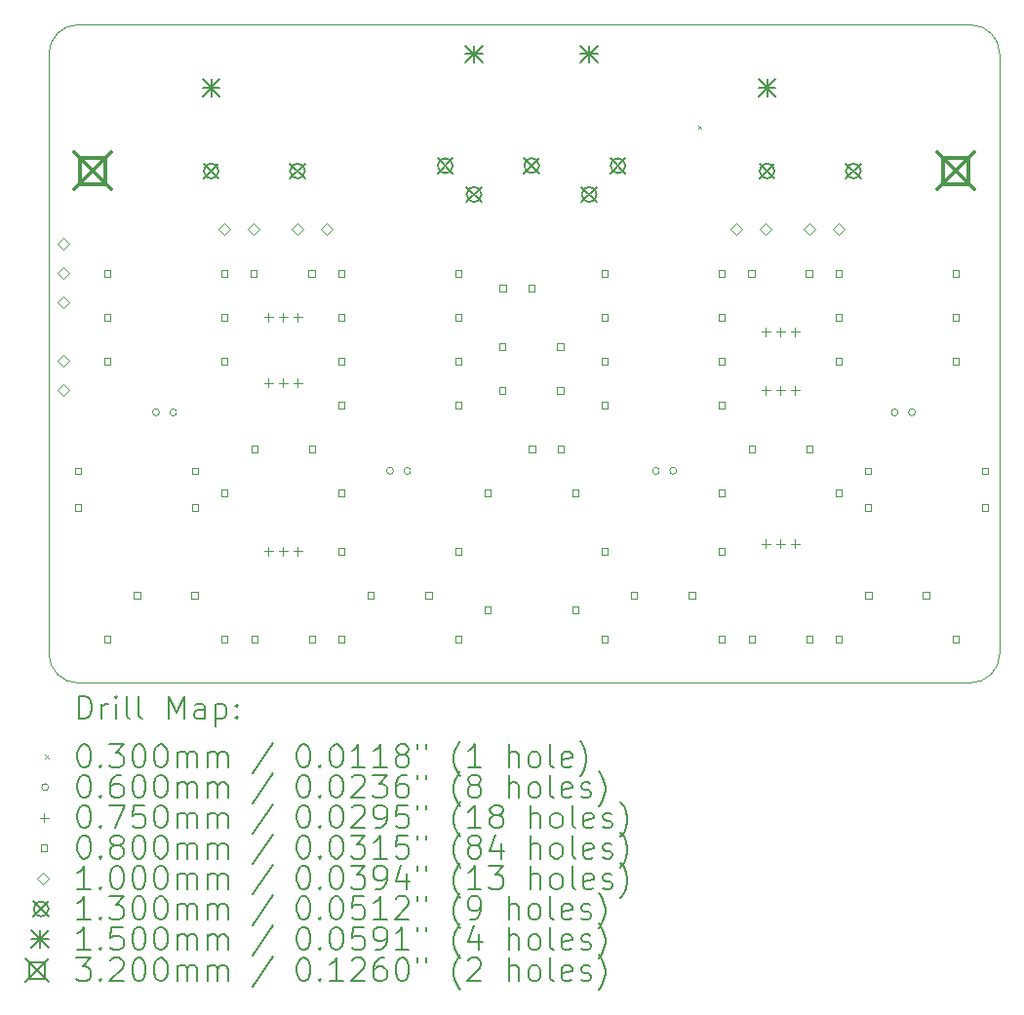
<source format=gbr>
%TF.GenerationSoftware,KiCad,Pcbnew,8.0.9*%
%TF.CreationDate,2025-03-02T14:13:00+01:00*%
%TF.ProjectId,cjss102,636a7373-3130-4322-9e6b-696361645f70,rev?*%
%TF.SameCoordinates,Original*%
%TF.FileFunction,Drillmap*%
%TF.FilePolarity,Positive*%
%FSLAX45Y45*%
G04 Gerber Fmt 4.5, Leading zero omitted, Abs format (unit mm)*
G04 Created by KiCad (PCBNEW 8.0.9) date 2025-03-02 14:13:00*
%MOMM*%
%LPD*%
G01*
G04 APERTURE LIST*
%ADD10C,0.050000*%
%ADD11C,0.200000*%
%ADD12C,0.100000*%
%ADD13C,0.130000*%
%ADD14C,0.150000*%
%ADD15C,0.320000*%
G04 APERTURE END LIST*
D10*
X19050000Y-9017000D02*
X19050000Y-3810000D01*
X11049000Y-9271000D02*
X18796000Y-9271000D01*
X10795000Y-3810000D02*
X10795000Y-9017000D01*
X10795000Y-3810000D02*
G75*
G02*
X11049000Y-3556000I254000J0D01*
G01*
X19050000Y-9017000D02*
G75*
G02*
X18796000Y-9271000I-254000J0D01*
G01*
X18796000Y-3556000D02*
G75*
G02*
X19050000Y-3810000I0J-254000D01*
G01*
X11049000Y-9271000D02*
G75*
G02*
X10795000Y-9017000I0J254000D01*
G01*
X11049000Y-3556000D02*
X18796000Y-3556000D01*
D11*
D12*
X16431500Y-4430000D02*
X16461500Y-4460000D01*
X16461500Y-4430000D02*
X16431500Y-4460000D01*
X11754500Y-6921500D02*
G75*
G02*
X11694500Y-6921500I-30000J0D01*
G01*
X11694500Y-6921500D02*
G75*
G02*
X11754500Y-6921500I30000J0D01*
G01*
X11904500Y-6921500D02*
G75*
G02*
X11844500Y-6921500I-30000J0D01*
G01*
X11844500Y-6921500D02*
G75*
G02*
X11904500Y-6921500I30000J0D01*
G01*
X13786500Y-7429500D02*
G75*
G02*
X13726500Y-7429500I-30000J0D01*
G01*
X13726500Y-7429500D02*
G75*
G02*
X13786500Y-7429500I30000J0D01*
G01*
X13936500Y-7429500D02*
G75*
G02*
X13876500Y-7429500I-30000J0D01*
G01*
X13876500Y-7429500D02*
G75*
G02*
X13936500Y-7429500I30000J0D01*
G01*
X16095500Y-7429500D02*
G75*
G02*
X16035500Y-7429500I-30000J0D01*
G01*
X16035500Y-7429500D02*
G75*
G02*
X16095500Y-7429500I30000J0D01*
G01*
X16245500Y-7429500D02*
G75*
G02*
X16185500Y-7429500I-30000J0D01*
G01*
X16185500Y-7429500D02*
G75*
G02*
X16245500Y-7429500I30000J0D01*
G01*
X18168000Y-6921500D02*
G75*
G02*
X18108000Y-6921500I-30000J0D01*
G01*
X18108000Y-6921500D02*
G75*
G02*
X18168000Y-6921500I30000J0D01*
G01*
X18318000Y-6921500D02*
G75*
G02*
X18258000Y-6921500I-30000J0D01*
G01*
X18258000Y-6921500D02*
G75*
G02*
X18318000Y-6921500I30000J0D01*
G01*
X12700000Y-6058500D02*
X12700000Y-6133500D01*
X12662500Y-6096000D02*
X12737500Y-6096000D01*
X12700000Y-6630000D02*
X12700000Y-6705000D01*
X12662500Y-6667500D02*
X12737500Y-6667500D01*
X12700000Y-8090500D02*
X12700000Y-8165500D01*
X12662500Y-8128000D02*
X12737500Y-8128000D01*
X12827000Y-6058500D02*
X12827000Y-6133500D01*
X12789500Y-6096000D02*
X12864500Y-6096000D01*
X12827000Y-6630000D02*
X12827000Y-6705000D01*
X12789500Y-6667500D02*
X12864500Y-6667500D01*
X12827000Y-8090500D02*
X12827000Y-8165500D01*
X12789500Y-8128000D02*
X12864500Y-8128000D01*
X12954000Y-6058500D02*
X12954000Y-6133500D01*
X12916500Y-6096000D02*
X12991500Y-6096000D01*
X12954000Y-6630000D02*
X12954000Y-6705000D01*
X12916500Y-6667500D02*
X12991500Y-6667500D01*
X12954000Y-8090500D02*
X12954000Y-8165500D01*
X12916500Y-8128000D02*
X12991500Y-8128000D01*
X17018000Y-6185500D02*
X17018000Y-6260500D01*
X16980500Y-6223000D02*
X17055500Y-6223000D01*
X17018000Y-6693500D02*
X17018000Y-6768500D01*
X16980500Y-6731000D02*
X17055500Y-6731000D01*
X17018000Y-8027000D02*
X17018000Y-8102000D01*
X16980500Y-8064500D02*
X17055500Y-8064500D01*
X17145000Y-6185500D02*
X17145000Y-6260500D01*
X17107500Y-6223000D02*
X17182500Y-6223000D01*
X17145000Y-6693500D02*
X17145000Y-6768500D01*
X17107500Y-6731000D02*
X17182500Y-6731000D01*
X17145000Y-8027000D02*
X17145000Y-8102000D01*
X17107500Y-8064500D02*
X17182500Y-8064500D01*
X17272000Y-6185500D02*
X17272000Y-6260500D01*
X17234500Y-6223000D02*
X17309500Y-6223000D01*
X17272000Y-6693500D02*
X17272000Y-6768500D01*
X17234500Y-6731000D02*
X17309500Y-6731000D01*
X17272000Y-8027000D02*
X17272000Y-8102000D01*
X17234500Y-8064500D02*
X17309500Y-8064500D01*
X11077285Y-7457784D02*
X11077285Y-7401215D01*
X11020716Y-7401215D01*
X11020716Y-7457784D01*
X11077285Y-7457784D01*
X11077285Y-7775284D02*
X11077285Y-7718715D01*
X11020716Y-7718715D01*
X11020716Y-7775284D01*
X11077285Y-7775284D01*
X11331284Y-5743284D02*
X11331284Y-5686715D01*
X11274715Y-5686715D01*
X11274715Y-5743284D01*
X11331284Y-5743284D01*
X11331284Y-6124284D02*
X11331284Y-6067715D01*
X11274715Y-6067715D01*
X11274715Y-6124284D01*
X11331284Y-6124284D01*
X11331284Y-6505284D02*
X11331284Y-6448715D01*
X11274715Y-6448715D01*
X11274715Y-6505284D01*
X11331284Y-6505284D01*
X11331284Y-8918285D02*
X11331284Y-8861716D01*
X11274715Y-8861716D01*
X11274715Y-8918285D01*
X11331284Y-8918285D01*
X11589284Y-8537285D02*
X11589284Y-8480716D01*
X11532715Y-8480716D01*
X11532715Y-8537285D01*
X11589284Y-8537285D01*
X12089284Y-8537285D02*
X12089284Y-8480716D01*
X12032715Y-8480716D01*
X12032715Y-8537285D01*
X12089284Y-8537285D01*
X12093284Y-7457784D02*
X12093284Y-7401215D01*
X12036715Y-7401215D01*
X12036715Y-7457784D01*
X12093284Y-7457784D01*
X12093284Y-7775284D02*
X12093284Y-7718715D01*
X12036715Y-7718715D01*
X12036715Y-7775284D01*
X12093284Y-7775284D01*
X12347284Y-5743284D02*
X12347284Y-5686715D01*
X12290715Y-5686715D01*
X12290715Y-5743284D01*
X12347284Y-5743284D01*
X12347284Y-6124284D02*
X12347284Y-6067715D01*
X12290715Y-6067715D01*
X12290715Y-6124284D01*
X12347284Y-6124284D01*
X12347284Y-6505284D02*
X12347284Y-6448715D01*
X12290715Y-6448715D01*
X12290715Y-6505284D01*
X12347284Y-6505284D01*
X12347284Y-7648284D02*
X12347284Y-7591715D01*
X12290715Y-7591715D01*
X12290715Y-7648284D01*
X12347284Y-7648284D01*
X12347284Y-8918285D02*
X12347284Y-8861716D01*
X12290715Y-8861716D01*
X12290715Y-8918285D01*
X12347284Y-8918285D01*
X12601284Y-5743284D02*
X12601284Y-5686715D01*
X12544715Y-5686715D01*
X12544715Y-5743284D01*
X12601284Y-5743284D01*
X12609284Y-7267284D02*
X12609284Y-7210715D01*
X12552715Y-7210715D01*
X12552715Y-7267284D01*
X12609284Y-7267284D01*
X12609284Y-8918285D02*
X12609284Y-8861716D01*
X12552715Y-8861716D01*
X12552715Y-8918285D01*
X12609284Y-8918285D01*
X13101284Y-5743284D02*
X13101284Y-5686715D01*
X13044715Y-5686715D01*
X13044715Y-5743284D01*
X13101284Y-5743284D01*
X13109284Y-7267284D02*
X13109284Y-7210715D01*
X13052715Y-7210715D01*
X13052715Y-7267284D01*
X13109284Y-7267284D01*
X13109284Y-8918285D02*
X13109284Y-8861716D01*
X13052715Y-8861716D01*
X13052715Y-8918285D01*
X13109284Y-8918285D01*
X13363284Y-5743284D02*
X13363284Y-5686715D01*
X13306715Y-5686715D01*
X13306715Y-5743284D01*
X13363284Y-5743284D01*
X13363284Y-6124284D02*
X13363284Y-6067715D01*
X13306715Y-6067715D01*
X13306715Y-6124284D01*
X13363284Y-6124284D01*
X13363284Y-6505284D02*
X13363284Y-6448715D01*
X13306715Y-6448715D01*
X13306715Y-6505284D01*
X13363284Y-6505284D01*
X13363284Y-6886284D02*
X13363284Y-6829715D01*
X13306715Y-6829715D01*
X13306715Y-6886284D01*
X13363284Y-6886284D01*
X13363284Y-7648284D02*
X13363284Y-7591715D01*
X13306715Y-7591715D01*
X13306715Y-7648284D01*
X13363284Y-7648284D01*
X13363284Y-8156284D02*
X13363284Y-8099715D01*
X13306715Y-8099715D01*
X13306715Y-8156284D01*
X13363284Y-8156284D01*
X13363284Y-8918285D02*
X13363284Y-8861716D01*
X13306715Y-8861716D01*
X13306715Y-8918285D01*
X13363284Y-8918285D01*
X13617284Y-8537285D02*
X13617284Y-8480716D01*
X13560715Y-8480716D01*
X13560715Y-8537285D01*
X13617284Y-8537285D01*
X14117284Y-8537285D02*
X14117284Y-8480716D01*
X14060715Y-8480716D01*
X14060715Y-8537285D01*
X14117284Y-8537285D01*
X14379284Y-5743284D02*
X14379284Y-5686715D01*
X14322715Y-5686715D01*
X14322715Y-5743284D01*
X14379284Y-5743284D01*
X14379284Y-6124284D02*
X14379284Y-6067715D01*
X14322715Y-6067715D01*
X14322715Y-6124284D01*
X14379284Y-6124284D01*
X14379284Y-6505284D02*
X14379284Y-6448715D01*
X14322715Y-6448715D01*
X14322715Y-6505284D01*
X14379284Y-6505284D01*
X14379284Y-6886284D02*
X14379284Y-6829715D01*
X14322715Y-6829715D01*
X14322715Y-6886284D01*
X14379284Y-6886284D01*
X14379284Y-8156284D02*
X14379284Y-8099715D01*
X14322715Y-8099715D01*
X14322715Y-8156284D01*
X14379284Y-8156284D01*
X14379284Y-8918285D02*
X14379284Y-8861716D01*
X14322715Y-8861716D01*
X14322715Y-8918285D01*
X14379284Y-8918285D01*
X14633284Y-7648284D02*
X14633284Y-7591715D01*
X14576715Y-7591715D01*
X14576715Y-7648284D01*
X14633284Y-7648284D01*
X14633284Y-8664285D02*
X14633284Y-8607716D01*
X14576715Y-8607716D01*
X14576715Y-8664285D01*
X14633284Y-8664285D01*
X14760284Y-6378284D02*
X14760284Y-6321715D01*
X14703715Y-6321715D01*
X14703715Y-6378284D01*
X14760284Y-6378284D01*
X14760284Y-6759284D02*
X14760284Y-6702715D01*
X14703715Y-6702715D01*
X14703715Y-6759284D01*
X14760284Y-6759284D01*
X14764284Y-5870284D02*
X14764284Y-5813715D01*
X14707715Y-5813715D01*
X14707715Y-5870284D01*
X14764284Y-5870284D01*
X15014284Y-5870284D02*
X15014284Y-5813715D01*
X14957715Y-5813715D01*
X14957715Y-5870284D01*
X15014284Y-5870284D01*
X15018284Y-7267284D02*
X15018284Y-7210715D01*
X14961715Y-7210715D01*
X14961715Y-7267284D01*
X15018284Y-7267284D01*
X15260284Y-6378284D02*
X15260284Y-6321715D01*
X15203715Y-6321715D01*
X15203715Y-6378284D01*
X15260284Y-6378284D01*
X15260284Y-6759284D02*
X15260284Y-6702715D01*
X15203715Y-6702715D01*
X15203715Y-6759284D01*
X15260284Y-6759284D01*
X15268284Y-7267284D02*
X15268284Y-7210715D01*
X15211715Y-7210715D01*
X15211715Y-7267284D01*
X15268284Y-7267284D01*
X15395284Y-7648284D02*
X15395284Y-7591715D01*
X15338715Y-7591715D01*
X15338715Y-7648284D01*
X15395284Y-7648284D01*
X15395284Y-8664285D02*
X15395284Y-8607716D01*
X15338715Y-8607716D01*
X15338715Y-8664285D01*
X15395284Y-8664285D01*
X15649284Y-5743284D02*
X15649284Y-5686715D01*
X15592715Y-5686715D01*
X15592715Y-5743284D01*
X15649284Y-5743284D01*
X15649284Y-6124284D02*
X15649284Y-6067715D01*
X15592715Y-6067715D01*
X15592715Y-6124284D01*
X15649284Y-6124284D01*
X15649284Y-6505284D02*
X15649284Y-6448715D01*
X15592715Y-6448715D01*
X15592715Y-6505284D01*
X15649284Y-6505284D01*
X15649284Y-6886284D02*
X15649284Y-6829715D01*
X15592715Y-6829715D01*
X15592715Y-6886284D01*
X15649284Y-6886284D01*
X15649284Y-8156284D02*
X15649284Y-8099715D01*
X15592715Y-8099715D01*
X15592715Y-8156284D01*
X15649284Y-8156284D01*
X15649284Y-8918285D02*
X15649284Y-8861716D01*
X15592715Y-8861716D01*
X15592715Y-8918285D01*
X15649284Y-8918285D01*
X15903284Y-8537285D02*
X15903284Y-8480716D01*
X15846715Y-8480716D01*
X15846715Y-8537285D01*
X15903284Y-8537285D01*
X16403284Y-8537285D02*
X16403284Y-8480716D01*
X16346715Y-8480716D01*
X16346715Y-8537285D01*
X16403284Y-8537285D01*
X16665284Y-5743284D02*
X16665284Y-5686715D01*
X16608715Y-5686715D01*
X16608715Y-5743284D01*
X16665284Y-5743284D01*
X16665284Y-6124284D02*
X16665284Y-6067715D01*
X16608715Y-6067715D01*
X16608715Y-6124284D01*
X16665284Y-6124284D01*
X16665284Y-6505284D02*
X16665284Y-6448715D01*
X16608715Y-6448715D01*
X16608715Y-6505284D01*
X16665284Y-6505284D01*
X16665284Y-6886284D02*
X16665284Y-6829715D01*
X16608715Y-6829715D01*
X16608715Y-6886284D01*
X16665284Y-6886284D01*
X16665284Y-7648284D02*
X16665284Y-7591715D01*
X16608715Y-7591715D01*
X16608715Y-7648284D01*
X16665284Y-7648284D01*
X16665284Y-8156284D02*
X16665284Y-8099715D01*
X16608715Y-8099715D01*
X16608715Y-8156284D01*
X16665284Y-8156284D01*
X16665284Y-8918285D02*
X16665284Y-8861716D01*
X16608715Y-8861716D01*
X16608715Y-8918285D01*
X16665284Y-8918285D01*
X16923285Y-5743284D02*
X16923285Y-5686715D01*
X16866716Y-5686715D01*
X16866716Y-5743284D01*
X16923285Y-5743284D01*
X16927285Y-7267284D02*
X16927285Y-7210715D01*
X16870716Y-7210715D01*
X16870716Y-7267284D01*
X16927285Y-7267284D01*
X16927285Y-8918285D02*
X16927285Y-8861716D01*
X16870716Y-8861716D01*
X16870716Y-8918285D01*
X16927285Y-8918285D01*
X17423285Y-5743284D02*
X17423285Y-5686715D01*
X17366716Y-5686715D01*
X17366716Y-5743284D01*
X17423285Y-5743284D01*
X17427285Y-7267284D02*
X17427285Y-7210715D01*
X17370716Y-7210715D01*
X17370716Y-7267284D01*
X17427285Y-7267284D01*
X17427285Y-8918285D02*
X17427285Y-8861716D01*
X17370716Y-8861716D01*
X17370716Y-8918285D01*
X17427285Y-8918285D01*
X17681285Y-5743284D02*
X17681285Y-5686715D01*
X17624716Y-5686715D01*
X17624716Y-5743284D01*
X17681285Y-5743284D01*
X17681285Y-6124284D02*
X17681285Y-6067715D01*
X17624716Y-6067715D01*
X17624716Y-6124284D01*
X17681285Y-6124284D01*
X17681285Y-6505284D02*
X17681285Y-6448715D01*
X17624716Y-6448715D01*
X17624716Y-6505284D01*
X17681285Y-6505284D01*
X17681285Y-7648284D02*
X17681285Y-7591715D01*
X17624716Y-7591715D01*
X17624716Y-7648284D01*
X17681285Y-7648284D01*
X17681285Y-8918285D02*
X17681285Y-8861716D01*
X17624716Y-8861716D01*
X17624716Y-8918285D01*
X17681285Y-8918285D01*
X17935285Y-7457784D02*
X17935285Y-7401215D01*
X17878716Y-7401215D01*
X17878716Y-7457784D01*
X17935285Y-7457784D01*
X17935285Y-7775284D02*
X17935285Y-7718715D01*
X17878716Y-7718715D01*
X17878716Y-7775284D01*
X17935285Y-7775284D01*
X17939285Y-8537285D02*
X17939285Y-8480716D01*
X17882716Y-8480716D01*
X17882716Y-8537285D01*
X17939285Y-8537285D01*
X18439285Y-8537285D02*
X18439285Y-8480716D01*
X18382716Y-8480716D01*
X18382716Y-8537285D01*
X18439285Y-8537285D01*
X18697285Y-5743284D02*
X18697285Y-5686715D01*
X18640716Y-5686715D01*
X18640716Y-5743284D01*
X18697285Y-5743284D01*
X18697285Y-6124284D02*
X18697285Y-6067715D01*
X18640716Y-6067715D01*
X18640716Y-6124284D01*
X18697285Y-6124284D01*
X18697285Y-6505284D02*
X18697285Y-6448715D01*
X18640716Y-6448715D01*
X18640716Y-6505284D01*
X18697285Y-6505284D01*
X18697285Y-8918285D02*
X18697285Y-8861716D01*
X18640716Y-8861716D01*
X18640716Y-8918285D01*
X18697285Y-8918285D01*
X18951285Y-7457784D02*
X18951285Y-7401215D01*
X18894716Y-7401215D01*
X18894716Y-7457784D01*
X18951285Y-7457784D01*
X18951285Y-7775284D02*
X18951285Y-7718715D01*
X18894716Y-7718715D01*
X18894716Y-7775284D01*
X18951285Y-7775284D01*
X10922000Y-5511000D02*
X10972000Y-5461000D01*
X10922000Y-5411000D01*
X10872000Y-5461000D01*
X10922000Y-5511000D01*
X10922000Y-5765000D02*
X10972000Y-5715000D01*
X10922000Y-5665000D01*
X10872000Y-5715000D01*
X10922000Y-5765000D01*
X10922000Y-6019000D02*
X10972000Y-5969000D01*
X10922000Y-5919000D01*
X10872000Y-5969000D01*
X10922000Y-6019000D01*
X10922000Y-6527000D02*
X10972000Y-6477000D01*
X10922000Y-6427000D01*
X10872000Y-6477000D01*
X10922000Y-6527000D01*
X10922000Y-6781000D02*
X10972000Y-6731000D01*
X10922000Y-6681000D01*
X10872000Y-6731000D01*
X10922000Y-6781000D01*
X12319000Y-5384000D02*
X12369000Y-5334000D01*
X12319000Y-5284000D01*
X12269000Y-5334000D01*
X12319000Y-5384000D01*
X12573000Y-5384000D02*
X12623000Y-5334000D01*
X12573000Y-5284000D01*
X12523000Y-5334000D01*
X12573000Y-5384000D01*
X12954000Y-5384000D02*
X13004000Y-5334000D01*
X12954000Y-5284000D01*
X12904000Y-5334000D01*
X12954000Y-5384000D01*
X13208000Y-5384000D02*
X13258000Y-5334000D01*
X13208000Y-5284000D01*
X13158000Y-5334000D01*
X13208000Y-5384000D01*
X16764000Y-5384000D02*
X16814000Y-5334000D01*
X16764000Y-5284000D01*
X16714000Y-5334000D01*
X16764000Y-5384000D01*
X17018000Y-5384000D02*
X17068000Y-5334000D01*
X17018000Y-5284000D01*
X16968000Y-5334000D01*
X17018000Y-5384000D01*
X17399000Y-5381500D02*
X17449000Y-5331500D01*
X17399000Y-5281500D01*
X17349000Y-5331500D01*
X17399000Y-5381500D01*
X17653000Y-5381500D02*
X17703000Y-5331500D01*
X17653000Y-5281500D01*
X17603000Y-5331500D01*
X17653000Y-5381500D01*
D13*
X12139000Y-4761000D02*
X12269000Y-4891000D01*
X12269000Y-4761000D02*
X12139000Y-4891000D01*
X12269000Y-4826000D02*
G75*
G02*
X12139000Y-4826000I-65000J0D01*
G01*
X12139000Y-4826000D02*
G75*
G02*
X12269000Y-4826000I65000J0D01*
G01*
X12889000Y-4761000D02*
X13019000Y-4891000D01*
X13019000Y-4761000D02*
X12889000Y-4891000D01*
X13019000Y-4826000D02*
G75*
G02*
X12889000Y-4826000I-65000J0D01*
G01*
X12889000Y-4826000D02*
G75*
G02*
X13019000Y-4826000I65000J0D01*
G01*
X14171000Y-4715000D02*
X14301000Y-4845000D01*
X14301000Y-4715000D02*
X14171000Y-4845000D01*
X14301000Y-4780000D02*
G75*
G02*
X14171000Y-4780000I-65000J0D01*
G01*
X14171000Y-4780000D02*
G75*
G02*
X14301000Y-4780000I65000J0D01*
G01*
X14421000Y-4965000D02*
X14551000Y-5095000D01*
X14551000Y-4965000D02*
X14421000Y-5095000D01*
X14551000Y-5030000D02*
G75*
G02*
X14421000Y-5030000I-65000J0D01*
G01*
X14421000Y-5030000D02*
G75*
G02*
X14551000Y-5030000I65000J0D01*
G01*
X14921000Y-4715000D02*
X15051000Y-4845000D01*
X15051000Y-4715000D02*
X14921000Y-4845000D01*
X15051000Y-4780000D02*
G75*
G02*
X14921000Y-4780000I-65000J0D01*
G01*
X14921000Y-4780000D02*
G75*
G02*
X15051000Y-4780000I65000J0D01*
G01*
X15421000Y-4965000D02*
X15551000Y-5095000D01*
X15551000Y-4965000D02*
X15421000Y-5095000D01*
X15551000Y-5030000D02*
G75*
G02*
X15421000Y-5030000I-65000J0D01*
G01*
X15421000Y-5030000D02*
G75*
G02*
X15551000Y-5030000I65000J0D01*
G01*
X15671000Y-4715000D02*
X15801000Y-4845000D01*
X15801000Y-4715000D02*
X15671000Y-4845000D01*
X15801000Y-4780000D02*
G75*
G02*
X15671000Y-4780000I-65000J0D01*
G01*
X15671000Y-4780000D02*
G75*
G02*
X15801000Y-4780000I65000J0D01*
G01*
X16965000Y-4761000D02*
X17095000Y-4891000D01*
X17095000Y-4761000D02*
X16965000Y-4891000D01*
X17095000Y-4826000D02*
G75*
G02*
X16965000Y-4826000I-65000J0D01*
G01*
X16965000Y-4826000D02*
G75*
G02*
X17095000Y-4826000I65000J0D01*
G01*
X17715000Y-4761000D02*
X17845000Y-4891000D01*
X17845000Y-4761000D02*
X17715000Y-4891000D01*
X17845000Y-4826000D02*
G75*
G02*
X17715000Y-4826000I-65000J0D01*
G01*
X17715000Y-4826000D02*
G75*
G02*
X17845000Y-4826000I65000J0D01*
G01*
D14*
X12129000Y-4026000D02*
X12279000Y-4176000D01*
X12279000Y-4026000D02*
X12129000Y-4176000D01*
X12204000Y-4026000D02*
X12204000Y-4176000D01*
X12129000Y-4101000D02*
X12279000Y-4101000D01*
X14411000Y-3735000D02*
X14561000Y-3885000D01*
X14561000Y-3735000D02*
X14411000Y-3885000D01*
X14486000Y-3735000D02*
X14486000Y-3885000D01*
X14411000Y-3810000D02*
X14561000Y-3810000D01*
X15411000Y-3735000D02*
X15561000Y-3885000D01*
X15561000Y-3735000D02*
X15411000Y-3885000D01*
X15486000Y-3735000D02*
X15486000Y-3885000D01*
X15411000Y-3810000D02*
X15561000Y-3810000D01*
X16955000Y-4026000D02*
X17105000Y-4176000D01*
X17105000Y-4026000D02*
X16955000Y-4176000D01*
X17030000Y-4026000D02*
X17030000Y-4176000D01*
X16955000Y-4101000D02*
X17105000Y-4101000D01*
D15*
X11016000Y-4666000D02*
X11336000Y-4986000D01*
X11336000Y-4666000D02*
X11016000Y-4986000D01*
X11289138Y-4939138D02*
X11289138Y-4712862D01*
X11062862Y-4712862D01*
X11062862Y-4939138D01*
X11289138Y-4939138D01*
X18509000Y-4666000D02*
X18829000Y-4986000D01*
X18829000Y-4666000D02*
X18509000Y-4986000D01*
X18782138Y-4939138D02*
X18782138Y-4712862D01*
X18555862Y-4712862D01*
X18555862Y-4939138D01*
X18782138Y-4939138D01*
D11*
X11053277Y-9584984D02*
X11053277Y-9384984D01*
X11053277Y-9384984D02*
X11100896Y-9384984D01*
X11100896Y-9384984D02*
X11129467Y-9394508D01*
X11129467Y-9394508D02*
X11148515Y-9413555D01*
X11148515Y-9413555D02*
X11158039Y-9432603D01*
X11158039Y-9432603D02*
X11167563Y-9470698D01*
X11167563Y-9470698D02*
X11167563Y-9499270D01*
X11167563Y-9499270D02*
X11158039Y-9537365D01*
X11158039Y-9537365D02*
X11148515Y-9556412D01*
X11148515Y-9556412D02*
X11129467Y-9575460D01*
X11129467Y-9575460D02*
X11100896Y-9584984D01*
X11100896Y-9584984D02*
X11053277Y-9584984D01*
X11253277Y-9584984D02*
X11253277Y-9451650D01*
X11253277Y-9489746D02*
X11262801Y-9470698D01*
X11262801Y-9470698D02*
X11272324Y-9461174D01*
X11272324Y-9461174D02*
X11291372Y-9451650D01*
X11291372Y-9451650D02*
X11310420Y-9451650D01*
X11377086Y-9584984D02*
X11377086Y-9451650D01*
X11377086Y-9384984D02*
X11367562Y-9394508D01*
X11367562Y-9394508D02*
X11377086Y-9404031D01*
X11377086Y-9404031D02*
X11386610Y-9394508D01*
X11386610Y-9394508D02*
X11377086Y-9384984D01*
X11377086Y-9384984D02*
X11377086Y-9404031D01*
X11500896Y-9584984D02*
X11481848Y-9575460D01*
X11481848Y-9575460D02*
X11472324Y-9556412D01*
X11472324Y-9556412D02*
X11472324Y-9384984D01*
X11605658Y-9584984D02*
X11586610Y-9575460D01*
X11586610Y-9575460D02*
X11577086Y-9556412D01*
X11577086Y-9556412D02*
X11577086Y-9384984D01*
X11834229Y-9584984D02*
X11834229Y-9384984D01*
X11834229Y-9384984D02*
X11900896Y-9527841D01*
X11900896Y-9527841D02*
X11967562Y-9384984D01*
X11967562Y-9384984D02*
X11967562Y-9584984D01*
X12148515Y-9584984D02*
X12148515Y-9480222D01*
X12148515Y-9480222D02*
X12138991Y-9461174D01*
X12138991Y-9461174D02*
X12119943Y-9451650D01*
X12119943Y-9451650D02*
X12081848Y-9451650D01*
X12081848Y-9451650D02*
X12062801Y-9461174D01*
X12148515Y-9575460D02*
X12129467Y-9584984D01*
X12129467Y-9584984D02*
X12081848Y-9584984D01*
X12081848Y-9584984D02*
X12062801Y-9575460D01*
X12062801Y-9575460D02*
X12053277Y-9556412D01*
X12053277Y-9556412D02*
X12053277Y-9537365D01*
X12053277Y-9537365D02*
X12062801Y-9518317D01*
X12062801Y-9518317D02*
X12081848Y-9508793D01*
X12081848Y-9508793D02*
X12129467Y-9508793D01*
X12129467Y-9508793D02*
X12148515Y-9499270D01*
X12243753Y-9451650D02*
X12243753Y-9651650D01*
X12243753Y-9461174D02*
X12262801Y-9451650D01*
X12262801Y-9451650D02*
X12300896Y-9451650D01*
X12300896Y-9451650D02*
X12319943Y-9461174D01*
X12319943Y-9461174D02*
X12329467Y-9470698D01*
X12329467Y-9470698D02*
X12338991Y-9489746D01*
X12338991Y-9489746D02*
X12338991Y-9546889D01*
X12338991Y-9546889D02*
X12329467Y-9565936D01*
X12329467Y-9565936D02*
X12319943Y-9575460D01*
X12319943Y-9575460D02*
X12300896Y-9584984D01*
X12300896Y-9584984D02*
X12262801Y-9584984D01*
X12262801Y-9584984D02*
X12243753Y-9575460D01*
X12424705Y-9565936D02*
X12434229Y-9575460D01*
X12434229Y-9575460D02*
X12424705Y-9584984D01*
X12424705Y-9584984D02*
X12415182Y-9575460D01*
X12415182Y-9575460D02*
X12424705Y-9565936D01*
X12424705Y-9565936D02*
X12424705Y-9584984D01*
X12424705Y-9461174D02*
X12434229Y-9470698D01*
X12434229Y-9470698D02*
X12424705Y-9480222D01*
X12424705Y-9480222D02*
X12415182Y-9470698D01*
X12415182Y-9470698D02*
X12424705Y-9461174D01*
X12424705Y-9461174D02*
X12424705Y-9480222D01*
D12*
X10762500Y-9898500D02*
X10792500Y-9928500D01*
X10792500Y-9898500D02*
X10762500Y-9928500D01*
D11*
X11091372Y-9804984D02*
X11110420Y-9804984D01*
X11110420Y-9804984D02*
X11129467Y-9814508D01*
X11129467Y-9814508D02*
X11138991Y-9824031D01*
X11138991Y-9824031D02*
X11148515Y-9843079D01*
X11148515Y-9843079D02*
X11158039Y-9881174D01*
X11158039Y-9881174D02*
X11158039Y-9928793D01*
X11158039Y-9928793D02*
X11148515Y-9966889D01*
X11148515Y-9966889D02*
X11138991Y-9985936D01*
X11138991Y-9985936D02*
X11129467Y-9995460D01*
X11129467Y-9995460D02*
X11110420Y-10004984D01*
X11110420Y-10004984D02*
X11091372Y-10004984D01*
X11091372Y-10004984D02*
X11072324Y-9995460D01*
X11072324Y-9995460D02*
X11062801Y-9985936D01*
X11062801Y-9985936D02*
X11053277Y-9966889D01*
X11053277Y-9966889D02*
X11043753Y-9928793D01*
X11043753Y-9928793D02*
X11043753Y-9881174D01*
X11043753Y-9881174D02*
X11053277Y-9843079D01*
X11053277Y-9843079D02*
X11062801Y-9824031D01*
X11062801Y-9824031D02*
X11072324Y-9814508D01*
X11072324Y-9814508D02*
X11091372Y-9804984D01*
X11243753Y-9985936D02*
X11253277Y-9995460D01*
X11253277Y-9995460D02*
X11243753Y-10004984D01*
X11243753Y-10004984D02*
X11234229Y-9995460D01*
X11234229Y-9995460D02*
X11243753Y-9985936D01*
X11243753Y-9985936D02*
X11243753Y-10004984D01*
X11319943Y-9804984D02*
X11443753Y-9804984D01*
X11443753Y-9804984D02*
X11377086Y-9881174D01*
X11377086Y-9881174D02*
X11405658Y-9881174D01*
X11405658Y-9881174D02*
X11424705Y-9890698D01*
X11424705Y-9890698D02*
X11434229Y-9900222D01*
X11434229Y-9900222D02*
X11443753Y-9919270D01*
X11443753Y-9919270D02*
X11443753Y-9966889D01*
X11443753Y-9966889D02*
X11434229Y-9985936D01*
X11434229Y-9985936D02*
X11424705Y-9995460D01*
X11424705Y-9995460D02*
X11405658Y-10004984D01*
X11405658Y-10004984D02*
X11348515Y-10004984D01*
X11348515Y-10004984D02*
X11329467Y-9995460D01*
X11329467Y-9995460D02*
X11319943Y-9985936D01*
X11567562Y-9804984D02*
X11586610Y-9804984D01*
X11586610Y-9804984D02*
X11605658Y-9814508D01*
X11605658Y-9814508D02*
X11615182Y-9824031D01*
X11615182Y-9824031D02*
X11624705Y-9843079D01*
X11624705Y-9843079D02*
X11634229Y-9881174D01*
X11634229Y-9881174D02*
X11634229Y-9928793D01*
X11634229Y-9928793D02*
X11624705Y-9966889D01*
X11624705Y-9966889D02*
X11615182Y-9985936D01*
X11615182Y-9985936D02*
X11605658Y-9995460D01*
X11605658Y-9995460D02*
X11586610Y-10004984D01*
X11586610Y-10004984D02*
X11567562Y-10004984D01*
X11567562Y-10004984D02*
X11548515Y-9995460D01*
X11548515Y-9995460D02*
X11538991Y-9985936D01*
X11538991Y-9985936D02*
X11529467Y-9966889D01*
X11529467Y-9966889D02*
X11519943Y-9928793D01*
X11519943Y-9928793D02*
X11519943Y-9881174D01*
X11519943Y-9881174D02*
X11529467Y-9843079D01*
X11529467Y-9843079D02*
X11538991Y-9824031D01*
X11538991Y-9824031D02*
X11548515Y-9814508D01*
X11548515Y-9814508D02*
X11567562Y-9804984D01*
X11758039Y-9804984D02*
X11777086Y-9804984D01*
X11777086Y-9804984D02*
X11796134Y-9814508D01*
X11796134Y-9814508D02*
X11805658Y-9824031D01*
X11805658Y-9824031D02*
X11815182Y-9843079D01*
X11815182Y-9843079D02*
X11824705Y-9881174D01*
X11824705Y-9881174D02*
X11824705Y-9928793D01*
X11824705Y-9928793D02*
X11815182Y-9966889D01*
X11815182Y-9966889D02*
X11805658Y-9985936D01*
X11805658Y-9985936D02*
X11796134Y-9995460D01*
X11796134Y-9995460D02*
X11777086Y-10004984D01*
X11777086Y-10004984D02*
X11758039Y-10004984D01*
X11758039Y-10004984D02*
X11738991Y-9995460D01*
X11738991Y-9995460D02*
X11729467Y-9985936D01*
X11729467Y-9985936D02*
X11719943Y-9966889D01*
X11719943Y-9966889D02*
X11710420Y-9928793D01*
X11710420Y-9928793D02*
X11710420Y-9881174D01*
X11710420Y-9881174D02*
X11719943Y-9843079D01*
X11719943Y-9843079D02*
X11729467Y-9824031D01*
X11729467Y-9824031D02*
X11738991Y-9814508D01*
X11738991Y-9814508D02*
X11758039Y-9804984D01*
X11910420Y-10004984D02*
X11910420Y-9871650D01*
X11910420Y-9890698D02*
X11919943Y-9881174D01*
X11919943Y-9881174D02*
X11938991Y-9871650D01*
X11938991Y-9871650D02*
X11967563Y-9871650D01*
X11967563Y-9871650D02*
X11986610Y-9881174D01*
X11986610Y-9881174D02*
X11996134Y-9900222D01*
X11996134Y-9900222D02*
X11996134Y-10004984D01*
X11996134Y-9900222D02*
X12005658Y-9881174D01*
X12005658Y-9881174D02*
X12024705Y-9871650D01*
X12024705Y-9871650D02*
X12053277Y-9871650D01*
X12053277Y-9871650D02*
X12072324Y-9881174D01*
X12072324Y-9881174D02*
X12081848Y-9900222D01*
X12081848Y-9900222D02*
X12081848Y-10004984D01*
X12177086Y-10004984D02*
X12177086Y-9871650D01*
X12177086Y-9890698D02*
X12186610Y-9881174D01*
X12186610Y-9881174D02*
X12205658Y-9871650D01*
X12205658Y-9871650D02*
X12234229Y-9871650D01*
X12234229Y-9871650D02*
X12253277Y-9881174D01*
X12253277Y-9881174D02*
X12262801Y-9900222D01*
X12262801Y-9900222D02*
X12262801Y-10004984D01*
X12262801Y-9900222D02*
X12272324Y-9881174D01*
X12272324Y-9881174D02*
X12291372Y-9871650D01*
X12291372Y-9871650D02*
X12319943Y-9871650D01*
X12319943Y-9871650D02*
X12338991Y-9881174D01*
X12338991Y-9881174D02*
X12348515Y-9900222D01*
X12348515Y-9900222D02*
X12348515Y-10004984D01*
X12738991Y-9795460D02*
X12567563Y-10052603D01*
X12996134Y-9804984D02*
X13015182Y-9804984D01*
X13015182Y-9804984D02*
X13034229Y-9814508D01*
X13034229Y-9814508D02*
X13043753Y-9824031D01*
X13043753Y-9824031D02*
X13053277Y-9843079D01*
X13053277Y-9843079D02*
X13062801Y-9881174D01*
X13062801Y-9881174D02*
X13062801Y-9928793D01*
X13062801Y-9928793D02*
X13053277Y-9966889D01*
X13053277Y-9966889D02*
X13043753Y-9985936D01*
X13043753Y-9985936D02*
X13034229Y-9995460D01*
X13034229Y-9995460D02*
X13015182Y-10004984D01*
X13015182Y-10004984D02*
X12996134Y-10004984D01*
X12996134Y-10004984D02*
X12977086Y-9995460D01*
X12977086Y-9995460D02*
X12967563Y-9985936D01*
X12967563Y-9985936D02*
X12958039Y-9966889D01*
X12958039Y-9966889D02*
X12948515Y-9928793D01*
X12948515Y-9928793D02*
X12948515Y-9881174D01*
X12948515Y-9881174D02*
X12958039Y-9843079D01*
X12958039Y-9843079D02*
X12967563Y-9824031D01*
X12967563Y-9824031D02*
X12977086Y-9814508D01*
X12977086Y-9814508D02*
X12996134Y-9804984D01*
X13148515Y-9985936D02*
X13158039Y-9995460D01*
X13158039Y-9995460D02*
X13148515Y-10004984D01*
X13148515Y-10004984D02*
X13138991Y-9995460D01*
X13138991Y-9995460D02*
X13148515Y-9985936D01*
X13148515Y-9985936D02*
X13148515Y-10004984D01*
X13281848Y-9804984D02*
X13300896Y-9804984D01*
X13300896Y-9804984D02*
X13319944Y-9814508D01*
X13319944Y-9814508D02*
X13329467Y-9824031D01*
X13329467Y-9824031D02*
X13338991Y-9843079D01*
X13338991Y-9843079D02*
X13348515Y-9881174D01*
X13348515Y-9881174D02*
X13348515Y-9928793D01*
X13348515Y-9928793D02*
X13338991Y-9966889D01*
X13338991Y-9966889D02*
X13329467Y-9985936D01*
X13329467Y-9985936D02*
X13319944Y-9995460D01*
X13319944Y-9995460D02*
X13300896Y-10004984D01*
X13300896Y-10004984D02*
X13281848Y-10004984D01*
X13281848Y-10004984D02*
X13262801Y-9995460D01*
X13262801Y-9995460D02*
X13253277Y-9985936D01*
X13253277Y-9985936D02*
X13243753Y-9966889D01*
X13243753Y-9966889D02*
X13234229Y-9928793D01*
X13234229Y-9928793D02*
X13234229Y-9881174D01*
X13234229Y-9881174D02*
X13243753Y-9843079D01*
X13243753Y-9843079D02*
X13253277Y-9824031D01*
X13253277Y-9824031D02*
X13262801Y-9814508D01*
X13262801Y-9814508D02*
X13281848Y-9804984D01*
X13538991Y-10004984D02*
X13424706Y-10004984D01*
X13481848Y-10004984D02*
X13481848Y-9804984D01*
X13481848Y-9804984D02*
X13462801Y-9833555D01*
X13462801Y-9833555D02*
X13443753Y-9852603D01*
X13443753Y-9852603D02*
X13424706Y-9862127D01*
X13729467Y-10004984D02*
X13615182Y-10004984D01*
X13672325Y-10004984D02*
X13672325Y-9804984D01*
X13672325Y-9804984D02*
X13653277Y-9833555D01*
X13653277Y-9833555D02*
X13634229Y-9852603D01*
X13634229Y-9852603D02*
X13615182Y-9862127D01*
X13843753Y-9890698D02*
X13824706Y-9881174D01*
X13824706Y-9881174D02*
X13815182Y-9871650D01*
X13815182Y-9871650D02*
X13805658Y-9852603D01*
X13805658Y-9852603D02*
X13805658Y-9843079D01*
X13805658Y-9843079D02*
X13815182Y-9824031D01*
X13815182Y-9824031D02*
X13824706Y-9814508D01*
X13824706Y-9814508D02*
X13843753Y-9804984D01*
X13843753Y-9804984D02*
X13881848Y-9804984D01*
X13881848Y-9804984D02*
X13900896Y-9814508D01*
X13900896Y-9814508D02*
X13910420Y-9824031D01*
X13910420Y-9824031D02*
X13919944Y-9843079D01*
X13919944Y-9843079D02*
X13919944Y-9852603D01*
X13919944Y-9852603D02*
X13910420Y-9871650D01*
X13910420Y-9871650D02*
X13900896Y-9881174D01*
X13900896Y-9881174D02*
X13881848Y-9890698D01*
X13881848Y-9890698D02*
X13843753Y-9890698D01*
X13843753Y-9890698D02*
X13824706Y-9900222D01*
X13824706Y-9900222D02*
X13815182Y-9909746D01*
X13815182Y-9909746D02*
X13805658Y-9928793D01*
X13805658Y-9928793D02*
X13805658Y-9966889D01*
X13805658Y-9966889D02*
X13815182Y-9985936D01*
X13815182Y-9985936D02*
X13824706Y-9995460D01*
X13824706Y-9995460D02*
X13843753Y-10004984D01*
X13843753Y-10004984D02*
X13881848Y-10004984D01*
X13881848Y-10004984D02*
X13900896Y-9995460D01*
X13900896Y-9995460D02*
X13910420Y-9985936D01*
X13910420Y-9985936D02*
X13919944Y-9966889D01*
X13919944Y-9966889D02*
X13919944Y-9928793D01*
X13919944Y-9928793D02*
X13910420Y-9909746D01*
X13910420Y-9909746D02*
X13900896Y-9900222D01*
X13900896Y-9900222D02*
X13881848Y-9890698D01*
X13996134Y-9804984D02*
X13996134Y-9843079D01*
X14072325Y-9804984D02*
X14072325Y-9843079D01*
X14367563Y-10081174D02*
X14358039Y-10071650D01*
X14358039Y-10071650D02*
X14338991Y-10043079D01*
X14338991Y-10043079D02*
X14329468Y-10024031D01*
X14329468Y-10024031D02*
X14319944Y-9995460D01*
X14319944Y-9995460D02*
X14310420Y-9947841D01*
X14310420Y-9947841D02*
X14310420Y-9909746D01*
X14310420Y-9909746D02*
X14319944Y-9862127D01*
X14319944Y-9862127D02*
X14329468Y-9833555D01*
X14329468Y-9833555D02*
X14338991Y-9814508D01*
X14338991Y-9814508D02*
X14358039Y-9785936D01*
X14358039Y-9785936D02*
X14367563Y-9776412D01*
X14548515Y-10004984D02*
X14434229Y-10004984D01*
X14491372Y-10004984D02*
X14491372Y-9804984D01*
X14491372Y-9804984D02*
X14472325Y-9833555D01*
X14472325Y-9833555D02*
X14453277Y-9852603D01*
X14453277Y-9852603D02*
X14434229Y-9862127D01*
X14786610Y-10004984D02*
X14786610Y-9804984D01*
X14872325Y-10004984D02*
X14872325Y-9900222D01*
X14872325Y-9900222D02*
X14862801Y-9881174D01*
X14862801Y-9881174D02*
X14843753Y-9871650D01*
X14843753Y-9871650D02*
X14815182Y-9871650D01*
X14815182Y-9871650D02*
X14796134Y-9881174D01*
X14796134Y-9881174D02*
X14786610Y-9890698D01*
X14996134Y-10004984D02*
X14977087Y-9995460D01*
X14977087Y-9995460D02*
X14967563Y-9985936D01*
X14967563Y-9985936D02*
X14958039Y-9966889D01*
X14958039Y-9966889D02*
X14958039Y-9909746D01*
X14958039Y-9909746D02*
X14967563Y-9890698D01*
X14967563Y-9890698D02*
X14977087Y-9881174D01*
X14977087Y-9881174D02*
X14996134Y-9871650D01*
X14996134Y-9871650D02*
X15024706Y-9871650D01*
X15024706Y-9871650D02*
X15043753Y-9881174D01*
X15043753Y-9881174D02*
X15053277Y-9890698D01*
X15053277Y-9890698D02*
X15062801Y-9909746D01*
X15062801Y-9909746D02*
X15062801Y-9966889D01*
X15062801Y-9966889D02*
X15053277Y-9985936D01*
X15053277Y-9985936D02*
X15043753Y-9995460D01*
X15043753Y-9995460D02*
X15024706Y-10004984D01*
X15024706Y-10004984D02*
X14996134Y-10004984D01*
X15177087Y-10004984D02*
X15158039Y-9995460D01*
X15158039Y-9995460D02*
X15148515Y-9976412D01*
X15148515Y-9976412D02*
X15148515Y-9804984D01*
X15329468Y-9995460D02*
X15310420Y-10004984D01*
X15310420Y-10004984D02*
X15272325Y-10004984D01*
X15272325Y-10004984D02*
X15253277Y-9995460D01*
X15253277Y-9995460D02*
X15243753Y-9976412D01*
X15243753Y-9976412D02*
X15243753Y-9900222D01*
X15243753Y-9900222D02*
X15253277Y-9881174D01*
X15253277Y-9881174D02*
X15272325Y-9871650D01*
X15272325Y-9871650D02*
X15310420Y-9871650D01*
X15310420Y-9871650D02*
X15329468Y-9881174D01*
X15329468Y-9881174D02*
X15338991Y-9900222D01*
X15338991Y-9900222D02*
X15338991Y-9919270D01*
X15338991Y-9919270D02*
X15243753Y-9938317D01*
X15405658Y-10081174D02*
X15415182Y-10071650D01*
X15415182Y-10071650D02*
X15434230Y-10043079D01*
X15434230Y-10043079D02*
X15443753Y-10024031D01*
X15443753Y-10024031D02*
X15453277Y-9995460D01*
X15453277Y-9995460D02*
X15462801Y-9947841D01*
X15462801Y-9947841D02*
X15462801Y-9909746D01*
X15462801Y-9909746D02*
X15453277Y-9862127D01*
X15453277Y-9862127D02*
X15443753Y-9833555D01*
X15443753Y-9833555D02*
X15434230Y-9814508D01*
X15434230Y-9814508D02*
X15415182Y-9785936D01*
X15415182Y-9785936D02*
X15405658Y-9776412D01*
D12*
X10792500Y-10177500D02*
G75*
G02*
X10732500Y-10177500I-30000J0D01*
G01*
X10732500Y-10177500D02*
G75*
G02*
X10792500Y-10177500I30000J0D01*
G01*
D11*
X11091372Y-10068984D02*
X11110420Y-10068984D01*
X11110420Y-10068984D02*
X11129467Y-10078508D01*
X11129467Y-10078508D02*
X11138991Y-10088031D01*
X11138991Y-10088031D02*
X11148515Y-10107079D01*
X11148515Y-10107079D02*
X11158039Y-10145174D01*
X11158039Y-10145174D02*
X11158039Y-10192793D01*
X11158039Y-10192793D02*
X11148515Y-10230889D01*
X11148515Y-10230889D02*
X11138991Y-10249936D01*
X11138991Y-10249936D02*
X11129467Y-10259460D01*
X11129467Y-10259460D02*
X11110420Y-10268984D01*
X11110420Y-10268984D02*
X11091372Y-10268984D01*
X11091372Y-10268984D02*
X11072324Y-10259460D01*
X11072324Y-10259460D02*
X11062801Y-10249936D01*
X11062801Y-10249936D02*
X11053277Y-10230889D01*
X11053277Y-10230889D02*
X11043753Y-10192793D01*
X11043753Y-10192793D02*
X11043753Y-10145174D01*
X11043753Y-10145174D02*
X11053277Y-10107079D01*
X11053277Y-10107079D02*
X11062801Y-10088031D01*
X11062801Y-10088031D02*
X11072324Y-10078508D01*
X11072324Y-10078508D02*
X11091372Y-10068984D01*
X11243753Y-10249936D02*
X11253277Y-10259460D01*
X11253277Y-10259460D02*
X11243753Y-10268984D01*
X11243753Y-10268984D02*
X11234229Y-10259460D01*
X11234229Y-10259460D02*
X11243753Y-10249936D01*
X11243753Y-10249936D02*
X11243753Y-10268984D01*
X11424705Y-10068984D02*
X11386610Y-10068984D01*
X11386610Y-10068984D02*
X11367562Y-10078508D01*
X11367562Y-10078508D02*
X11358039Y-10088031D01*
X11358039Y-10088031D02*
X11338991Y-10116603D01*
X11338991Y-10116603D02*
X11329467Y-10154698D01*
X11329467Y-10154698D02*
X11329467Y-10230889D01*
X11329467Y-10230889D02*
X11338991Y-10249936D01*
X11338991Y-10249936D02*
X11348515Y-10259460D01*
X11348515Y-10259460D02*
X11367562Y-10268984D01*
X11367562Y-10268984D02*
X11405658Y-10268984D01*
X11405658Y-10268984D02*
X11424705Y-10259460D01*
X11424705Y-10259460D02*
X11434229Y-10249936D01*
X11434229Y-10249936D02*
X11443753Y-10230889D01*
X11443753Y-10230889D02*
X11443753Y-10183270D01*
X11443753Y-10183270D02*
X11434229Y-10164222D01*
X11434229Y-10164222D02*
X11424705Y-10154698D01*
X11424705Y-10154698D02*
X11405658Y-10145174D01*
X11405658Y-10145174D02*
X11367562Y-10145174D01*
X11367562Y-10145174D02*
X11348515Y-10154698D01*
X11348515Y-10154698D02*
X11338991Y-10164222D01*
X11338991Y-10164222D02*
X11329467Y-10183270D01*
X11567562Y-10068984D02*
X11586610Y-10068984D01*
X11586610Y-10068984D02*
X11605658Y-10078508D01*
X11605658Y-10078508D02*
X11615182Y-10088031D01*
X11615182Y-10088031D02*
X11624705Y-10107079D01*
X11624705Y-10107079D02*
X11634229Y-10145174D01*
X11634229Y-10145174D02*
X11634229Y-10192793D01*
X11634229Y-10192793D02*
X11624705Y-10230889D01*
X11624705Y-10230889D02*
X11615182Y-10249936D01*
X11615182Y-10249936D02*
X11605658Y-10259460D01*
X11605658Y-10259460D02*
X11586610Y-10268984D01*
X11586610Y-10268984D02*
X11567562Y-10268984D01*
X11567562Y-10268984D02*
X11548515Y-10259460D01*
X11548515Y-10259460D02*
X11538991Y-10249936D01*
X11538991Y-10249936D02*
X11529467Y-10230889D01*
X11529467Y-10230889D02*
X11519943Y-10192793D01*
X11519943Y-10192793D02*
X11519943Y-10145174D01*
X11519943Y-10145174D02*
X11529467Y-10107079D01*
X11529467Y-10107079D02*
X11538991Y-10088031D01*
X11538991Y-10088031D02*
X11548515Y-10078508D01*
X11548515Y-10078508D02*
X11567562Y-10068984D01*
X11758039Y-10068984D02*
X11777086Y-10068984D01*
X11777086Y-10068984D02*
X11796134Y-10078508D01*
X11796134Y-10078508D02*
X11805658Y-10088031D01*
X11805658Y-10088031D02*
X11815182Y-10107079D01*
X11815182Y-10107079D02*
X11824705Y-10145174D01*
X11824705Y-10145174D02*
X11824705Y-10192793D01*
X11824705Y-10192793D02*
X11815182Y-10230889D01*
X11815182Y-10230889D02*
X11805658Y-10249936D01*
X11805658Y-10249936D02*
X11796134Y-10259460D01*
X11796134Y-10259460D02*
X11777086Y-10268984D01*
X11777086Y-10268984D02*
X11758039Y-10268984D01*
X11758039Y-10268984D02*
X11738991Y-10259460D01*
X11738991Y-10259460D02*
X11729467Y-10249936D01*
X11729467Y-10249936D02*
X11719943Y-10230889D01*
X11719943Y-10230889D02*
X11710420Y-10192793D01*
X11710420Y-10192793D02*
X11710420Y-10145174D01*
X11710420Y-10145174D02*
X11719943Y-10107079D01*
X11719943Y-10107079D02*
X11729467Y-10088031D01*
X11729467Y-10088031D02*
X11738991Y-10078508D01*
X11738991Y-10078508D02*
X11758039Y-10068984D01*
X11910420Y-10268984D02*
X11910420Y-10135650D01*
X11910420Y-10154698D02*
X11919943Y-10145174D01*
X11919943Y-10145174D02*
X11938991Y-10135650D01*
X11938991Y-10135650D02*
X11967563Y-10135650D01*
X11967563Y-10135650D02*
X11986610Y-10145174D01*
X11986610Y-10145174D02*
X11996134Y-10164222D01*
X11996134Y-10164222D02*
X11996134Y-10268984D01*
X11996134Y-10164222D02*
X12005658Y-10145174D01*
X12005658Y-10145174D02*
X12024705Y-10135650D01*
X12024705Y-10135650D02*
X12053277Y-10135650D01*
X12053277Y-10135650D02*
X12072324Y-10145174D01*
X12072324Y-10145174D02*
X12081848Y-10164222D01*
X12081848Y-10164222D02*
X12081848Y-10268984D01*
X12177086Y-10268984D02*
X12177086Y-10135650D01*
X12177086Y-10154698D02*
X12186610Y-10145174D01*
X12186610Y-10145174D02*
X12205658Y-10135650D01*
X12205658Y-10135650D02*
X12234229Y-10135650D01*
X12234229Y-10135650D02*
X12253277Y-10145174D01*
X12253277Y-10145174D02*
X12262801Y-10164222D01*
X12262801Y-10164222D02*
X12262801Y-10268984D01*
X12262801Y-10164222D02*
X12272324Y-10145174D01*
X12272324Y-10145174D02*
X12291372Y-10135650D01*
X12291372Y-10135650D02*
X12319943Y-10135650D01*
X12319943Y-10135650D02*
X12338991Y-10145174D01*
X12338991Y-10145174D02*
X12348515Y-10164222D01*
X12348515Y-10164222D02*
X12348515Y-10268984D01*
X12738991Y-10059460D02*
X12567563Y-10316603D01*
X12996134Y-10068984D02*
X13015182Y-10068984D01*
X13015182Y-10068984D02*
X13034229Y-10078508D01*
X13034229Y-10078508D02*
X13043753Y-10088031D01*
X13043753Y-10088031D02*
X13053277Y-10107079D01*
X13053277Y-10107079D02*
X13062801Y-10145174D01*
X13062801Y-10145174D02*
X13062801Y-10192793D01*
X13062801Y-10192793D02*
X13053277Y-10230889D01*
X13053277Y-10230889D02*
X13043753Y-10249936D01*
X13043753Y-10249936D02*
X13034229Y-10259460D01*
X13034229Y-10259460D02*
X13015182Y-10268984D01*
X13015182Y-10268984D02*
X12996134Y-10268984D01*
X12996134Y-10268984D02*
X12977086Y-10259460D01*
X12977086Y-10259460D02*
X12967563Y-10249936D01*
X12967563Y-10249936D02*
X12958039Y-10230889D01*
X12958039Y-10230889D02*
X12948515Y-10192793D01*
X12948515Y-10192793D02*
X12948515Y-10145174D01*
X12948515Y-10145174D02*
X12958039Y-10107079D01*
X12958039Y-10107079D02*
X12967563Y-10088031D01*
X12967563Y-10088031D02*
X12977086Y-10078508D01*
X12977086Y-10078508D02*
X12996134Y-10068984D01*
X13148515Y-10249936D02*
X13158039Y-10259460D01*
X13158039Y-10259460D02*
X13148515Y-10268984D01*
X13148515Y-10268984D02*
X13138991Y-10259460D01*
X13138991Y-10259460D02*
X13148515Y-10249936D01*
X13148515Y-10249936D02*
X13148515Y-10268984D01*
X13281848Y-10068984D02*
X13300896Y-10068984D01*
X13300896Y-10068984D02*
X13319944Y-10078508D01*
X13319944Y-10078508D02*
X13329467Y-10088031D01*
X13329467Y-10088031D02*
X13338991Y-10107079D01*
X13338991Y-10107079D02*
X13348515Y-10145174D01*
X13348515Y-10145174D02*
X13348515Y-10192793D01*
X13348515Y-10192793D02*
X13338991Y-10230889D01*
X13338991Y-10230889D02*
X13329467Y-10249936D01*
X13329467Y-10249936D02*
X13319944Y-10259460D01*
X13319944Y-10259460D02*
X13300896Y-10268984D01*
X13300896Y-10268984D02*
X13281848Y-10268984D01*
X13281848Y-10268984D02*
X13262801Y-10259460D01*
X13262801Y-10259460D02*
X13253277Y-10249936D01*
X13253277Y-10249936D02*
X13243753Y-10230889D01*
X13243753Y-10230889D02*
X13234229Y-10192793D01*
X13234229Y-10192793D02*
X13234229Y-10145174D01*
X13234229Y-10145174D02*
X13243753Y-10107079D01*
X13243753Y-10107079D02*
X13253277Y-10088031D01*
X13253277Y-10088031D02*
X13262801Y-10078508D01*
X13262801Y-10078508D02*
X13281848Y-10068984D01*
X13424706Y-10088031D02*
X13434229Y-10078508D01*
X13434229Y-10078508D02*
X13453277Y-10068984D01*
X13453277Y-10068984D02*
X13500896Y-10068984D01*
X13500896Y-10068984D02*
X13519944Y-10078508D01*
X13519944Y-10078508D02*
X13529467Y-10088031D01*
X13529467Y-10088031D02*
X13538991Y-10107079D01*
X13538991Y-10107079D02*
X13538991Y-10126127D01*
X13538991Y-10126127D02*
X13529467Y-10154698D01*
X13529467Y-10154698D02*
X13415182Y-10268984D01*
X13415182Y-10268984D02*
X13538991Y-10268984D01*
X13605658Y-10068984D02*
X13729467Y-10068984D01*
X13729467Y-10068984D02*
X13662801Y-10145174D01*
X13662801Y-10145174D02*
X13691372Y-10145174D01*
X13691372Y-10145174D02*
X13710420Y-10154698D01*
X13710420Y-10154698D02*
X13719944Y-10164222D01*
X13719944Y-10164222D02*
X13729467Y-10183270D01*
X13729467Y-10183270D02*
X13729467Y-10230889D01*
X13729467Y-10230889D02*
X13719944Y-10249936D01*
X13719944Y-10249936D02*
X13710420Y-10259460D01*
X13710420Y-10259460D02*
X13691372Y-10268984D01*
X13691372Y-10268984D02*
X13634229Y-10268984D01*
X13634229Y-10268984D02*
X13615182Y-10259460D01*
X13615182Y-10259460D02*
X13605658Y-10249936D01*
X13900896Y-10068984D02*
X13862801Y-10068984D01*
X13862801Y-10068984D02*
X13843753Y-10078508D01*
X13843753Y-10078508D02*
X13834229Y-10088031D01*
X13834229Y-10088031D02*
X13815182Y-10116603D01*
X13815182Y-10116603D02*
X13805658Y-10154698D01*
X13805658Y-10154698D02*
X13805658Y-10230889D01*
X13805658Y-10230889D02*
X13815182Y-10249936D01*
X13815182Y-10249936D02*
X13824706Y-10259460D01*
X13824706Y-10259460D02*
X13843753Y-10268984D01*
X13843753Y-10268984D02*
X13881848Y-10268984D01*
X13881848Y-10268984D02*
X13900896Y-10259460D01*
X13900896Y-10259460D02*
X13910420Y-10249936D01*
X13910420Y-10249936D02*
X13919944Y-10230889D01*
X13919944Y-10230889D02*
X13919944Y-10183270D01*
X13919944Y-10183270D02*
X13910420Y-10164222D01*
X13910420Y-10164222D02*
X13900896Y-10154698D01*
X13900896Y-10154698D02*
X13881848Y-10145174D01*
X13881848Y-10145174D02*
X13843753Y-10145174D01*
X13843753Y-10145174D02*
X13824706Y-10154698D01*
X13824706Y-10154698D02*
X13815182Y-10164222D01*
X13815182Y-10164222D02*
X13805658Y-10183270D01*
X13996134Y-10068984D02*
X13996134Y-10107079D01*
X14072325Y-10068984D02*
X14072325Y-10107079D01*
X14367563Y-10345174D02*
X14358039Y-10335650D01*
X14358039Y-10335650D02*
X14338991Y-10307079D01*
X14338991Y-10307079D02*
X14329468Y-10288031D01*
X14329468Y-10288031D02*
X14319944Y-10259460D01*
X14319944Y-10259460D02*
X14310420Y-10211841D01*
X14310420Y-10211841D02*
X14310420Y-10173746D01*
X14310420Y-10173746D02*
X14319944Y-10126127D01*
X14319944Y-10126127D02*
X14329468Y-10097555D01*
X14329468Y-10097555D02*
X14338991Y-10078508D01*
X14338991Y-10078508D02*
X14358039Y-10049936D01*
X14358039Y-10049936D02*
X14367563Y-10040412D01*
X14472325Y-10154698D02*
X14453277Y-10145174D01*
X14453277Y-10145174D02*
X14443753Y-10135650D01*
X14443753Y-10135650D02*
X14434229Y-10116603D01*
X14434229Y-10116603D02*
X14434229Y-10107079D01*
X14434229Y-10107079D02*
X14443753Y-10088031D01*
X14443753Y-10088031D02*
X14453277Y-10078508D01*
X14453277Y-10078508D02*
X14472325Y-10068984D01*
X14472325Y-10068984D02*
X14510420Y-10068984D01*
X14510420Y-10068984D02*
X14529468Y-10078508D01*
X14529468Y-10078508D02*
X14538991Y-10088031D01*
X14538991Y-10088031D02*
X14548515Y-10107079D01*
X14548515Y-10107079D02*
X14548515Y-10116603D01*
X14548515Y-10116603D02*
X14538991Y-10135650D01*
X14538991Y-10135650D02*
X14529468Y-10145174D01*
X14529468Y-10145174D02*
X14510420Y-10154698D01*
X14510420Y-10154698D02*
X14472325Y-10154698D01*
X14472325Y-10154698D02*
X14453277Y-10164222D01*
X14453277Y-10164222D02*
X14443753Y-10173746D01*
X14443753Y-10173746D02*
X14434229Y-10192793D01*
X14434229Y-10192793D02*
X14434229Y-10230889D01*
X14434229Y-10230889D02*
X14443753Y-10249936D01*
X14443753Y-10249936D02*
X14453277Y-10259460D01*
X14453277Y-10259460D02*
X14472325Y-10268984D01*
X14472325Y-10268984D02*
X14510420Y-10268984D01*
X14510420Y-10268984D02*
X14529468Y-10259460D01*
X14529468Y-10259460D02*
X14538991Y-10249936D01*
X14538991Y-10249936D02*
X14548515Y-10230889D01*
X14548515Y-10230889D02*
X14548515Y-10192793D01*
X14548515Y-10192793D02*
X14538991Y-10173746D01*
X14538991Y-10173746D02*
X14529468Y-10164222D01*
X14529468Y-10164222D02*
X14510420Y-10154698D01*
X14786610Y-10268984D02*
X14786610Y-10068984D01*
X14872325Y-10268984D02*
X14872325Y-10164222D01*
X14872325Y-10164222D02*
X14862801Y-10145174D01*
X14862801Y-10145174D02*
X14843753Y-10135650D01*
X14843753Y-10135650D02*
X14815182Y-10135650D01*
X14815182Y-10135650D02*
X14796134Y-10145174D01*
X14796134Y-10145174D02*
X14786610Y-10154698D01*
X14996134Y-10268984D02*
X14977087Y-10259460D01*
X14977087Y-10259460D02*
X14967563Y-10249936D01*
X14967563Y-10249936D02*
X14958039Y-10230889D01*
X14958039Y-10230889D02*
X14958039Y-10173746D01*
X14958039Y-10173746D02*
X14967563Y-10154698D01*
X14967563Y-10154698D02*
X14977087Y-10145174D01*
X14977087Y-10145174D02*
X14996134Y-10135650D01*
X14996134Y-10135650D02*
X15024706Y-10135650D01*
X15024706Y-10135650D02*
X15043753Y-10145174D01*
X15043753Y-10145174D02*
X15053277Y-10154698D01*
X15053277Y-10154698D02*
X15062801Y-10173746D01*
X15062801Y-10173746D02*
X15062801Y-10230889D01*
X15062801Y-10230889D02*
X15053277Y-10249936D01*
X15053277Y-10249936D02*
X15043753Y-10259460D01*
X15043753Y-10259460D02*
X15024706Y-10268984D01*
X15024706Y-10268984D02*
X14996134Y-10268984D01*
X15177087Y-10268984D02*
X15158039Y-10259460D01*
X15158039Y-10259460D02*
X15148515Y-10240412D01*
X15148515Y-10240412D02*
X15148515Y-10068984D01*
X15329468Y-10259460D02*
X15310420Y-10268984D01*
X15310420Y-10268984D02*
X15272325Y-10268984D01*
X15272325Y-10268984D02*
X15253277Y-10259460D01*
X15253277Y-10259460D02*
X15243753Y-10240412D01*
X15243753Y-10240412D02*
X15243753Y-10164222D01*
X15243753Y-10164222D02*
X15253277Y-10145174D01*
X15253277Y-10145174D02*
X15272325Y-10135650D01*
X15272325Y-10135650D02*
X15310420Y-10135650D01*
X15310420Y-10135650D02*
X15329468Y-10145174D01*
X15329468Y-10145174D02*
X15338991Y-10164222D01*
X15338991Y-10164222D02*
X15338991Y-10183270D01*
X15338991Y-10183270D02*
X15243753Y-10202317D01*
X15415182Y-10259460D02*
X15434230Y-10268984D01*
X15434230Y-10268984D02*
X15472325Y-10268984D01*
X15472325Y-10268984D02*
X15491372Y-10259460D01*
X15491372Y-10259460D02*
X15500896Y-10240412D01*
X15500896Y-10240412D02*
X15500896Y-10230889D01*
X15500896Y-10230889D02*
X15491372Y-10211841D01*
X15491372Y-10211841D02*
X15472325Y-10202317D01*
X15472325Y-10202317D02*
X15443753Y-10202317D01*
X15443753Y-10202317D02*
X15424706Y-10192793D01*
X15424706Y-10192793D02*
X15415182Y-10173746D01*
X15415182Y-10173746D02*
X15415182Y-10164222D01*
X15415182Y-10164222D02*
X15424706Y-10145174D01*
X15424706Y-10145174D02*
X15443753Y-10135650D01*
X15443753Y-10135650D02*
X15472325Y-10135650D01*
X15472325Y-10135650D02*
X15491372Y-10145174D01*
X15567563Y-10345174D02*
X15577087Y-10335650D01*
X15577087Y-10335650D02*
X15596134Y-10307079D01*
X15596134Y-10307079D02*
X15605658Y-10288031D01*
X15605658Y-10288031D02*
X15615182Y-10259460D01*
X15615182Y-10259460D02*
X15624706Y-10211841D01*
X15624706Y-10211841D02*
X15624706Y-10173746D01*
X15624706Y-10173746D02*
X15615182Y-10126127D01*
X15615182Y-10126127D02*
X15605658Y-10097555D01*
X15605658Y-10097555D02*
X15596134Y-10078508D01*
X15596134Y-10078508D02*
X15577087Y-10049936D01*
X15577087Y-10049936D02*
X15567563Y-10040412D01*
D12*
X10755000Y-10404000D02*
X10755000Y-10479000D01*
X10717500Y-10441500D02*
X10792500Y-10441500D01*
D11*
X11091372Y-10332984D02*
X11110420Y-10332984D01*
X11110420Y-10332984D02*
X11129467Y-10342508D01*
X11129467Y-10342508D02*
X11138991Y-10352031D01*
X11138991Y-10352031D02*
X11148515Y-10371079D01*
X11148515Y-10371079D02*
X11158039Y-10409174D01*
X11158039Y-10409174D02*
X11158039Y-10456793D01*
X11158039Y-10456793D02*
X11148515Y-10494889D01*
X11148515Y-10494889D02*
X11138991Y-10513936D01*
X11138991Y-10513936D02*
X11129467Y-10523460D01*
X11129467Y-10523460D02*
X11110420Y-10532984D01*
X11110420Y-10532984D02*
X11091372Y-10532984D01*
X11091372Y-10532984D02*
X11072324Y-10523460D01*
X11072324Y-10523460D02*
X11062801Y-10513936D01*
X11062801Y-10513936D02*
X11053277Y-10494889D01*
X11053277Y-10494889D02*
X11043753Y-10456793D01*
X11043753Y-10456793D02*
X11043753Y-10409174D01*
X11043753Y-10409174D02*
X11053277Y-10371079D01*
X11053277Y-10371079D02*
X11062801Y-10352031D01*
X11062801Y-10352031D02*
X11072324Y-10342508D01*
X11072324Y-10342508D02*
X11091372Y-10332984D01*
X11243753Y-10513936D02*
X11253277Y-10523460D01*
X11253277Y-10523460D02*
X11243753Y-10532984D01*
X11243753Y-10532984D02*
X11234229Y-10523460D01*
X11234229Y-10523460D02*
X11243753Y-10513936D01*
X11243753Y-10513936D02*
X11243753Y-10532984D01*
X11319943Y-10332984D02*
X11453277Y-10332984D01*
X11453277Y-10332984D02*
X11367562Y-10532984D01*
X11624705Y-10332984D02*
X11529467Y-10332984D01*
X11529467Y-10332984D02*
X11519943Y-10428222D01*
X11519943Y-10428222D02*
X11529467Y-10418698D01*
X11529467Y-10418698D02*
X11548515Y-10409174D01*
X11548515Y-10409174D02*
X11596134Y-10409174D01*
X11596134Y-10409174D02*
X11615182Y-10418698D01*
X11615182Y-10418698D02*
X11624705Y-10428222D01*
X11624705Y-10428222D02*
X11634229Y-10447270D01*
X11634229Y-10447270D02*
X11634229Y-10494889D01*
X11634229Y-10494889D02*
X11624705Y-10513936D01*
X11624705Y-10513936D02*
X11615182Y-10523460D01*
X11615182Y-10523460D02*
X11596134Y-10532984D01*
X11596134Y-10532984D02*
X11548515Y-10532984D01*
X11548515Y-10532984D02*
X11529467Y-10523460D01*
X11529467Y-10523460D02*
X11519943Y-10513936D01*
X11758039Y-10332984D02*
X11777086Y-10332984D01*
X11777086Y-10332984D02*
X11796134Y-10342508D01*
X11796134Y-10342508D02*
X11805658Y-10352031D01*
X11805658Y-10352031D02*
X11815182Y-10371079D01*
X11815182Y-10371079D02*
X11824705Y-10409174D01*
X11824705Y-10409174D02*
X11824705Y-10456793D01*
X11824705Y-10456793D02*
X11815182Y-10494889D01*
X11815182Y-10494889D02*
X11805658Y-10513936D01*
X11805658Y-10513936D02*
X11796134Y-10523460D01*
X11796134Y-10523460D02*
X11777086Y-10532984D01*
X11777086Y-10532984D02*
X11758039Y-10532984D01*
X11758039Y-10532984D02*
X11738991Y-10523460D01*
X11738991Y-10523460D02*
X11729467Y-10513936D01*
X11729467Y-10513936D02*
X11719943Y-10494889D01*
X11719943Y-10494889D02*
X11710420Y-10456793D01*
X11710420Y-10456793D02*
X11710420Y-10409174D01*
X11710420Y-10409174D02*
X11719943Y-10371079D01*
X11719943Y-10371079D02*
X11729467Y-10352031D01*
X11729467Y-10352031D02*
X11738991Y-10342508D01*
X11738991Y-10342508D02*
X11758039Y-10332984D01*
X11910420Y-10532984D02*
X11910420Y-10399650D01*
X11910420Y-10418698D02*
X11919943Y-10409174D01*
X11919943Y-10409174D02*
X11938991Y-10399650D01*
X11938991Y-10399650D02*
X11967563Y-10399650D01*
X11967563Y-10399650D02*
X11986610Y-10409174D01*
X11986610Y-10409174D02*
X11996134Y-10428222D01*
X11996134Y-10428222D02*
X11996134Y-10532984D01*
X11996134Y-10428222D02*
X12005658Y-10409174D01*
X12005658Y-10409174D02*
X12024705Y-10399650D01*
X12024705Y-10399650D02*
X12053277Y-10399650D01*
X12053277Y-10399650D02*
X12072324Y-10409174D01*
X12072324Y-10409174D02*
X12081848Y-10428222D01*
X12081848Y-10428222D02*
X12081848Y-10532984D01*
X12177086Y-10532984D02*
X12177086Y-10399650D01*
X12177086Y-10418698D02*
X12186610Y-10409174D01*
X12186610Y-10409174D02*
X12205658Y-10399650D01*
X12205658Y-10399650D02*
X12234229Y-10399650D01*
X12234229Y-10399650D02*
X12253277Y-10409174D01*
X12253277Y-10409174D02*
X12262801Y-10428222D01*
X12262801Y-10428222D02*
X12262801Y-10532984D01*
X12262801Y-10428222D02*
X12272324Y-10409174D01*
X12272324Y-10409174D02*
X12291372Y-10399650D01*
X12291372Y-10399650D02*
X12319943Y-10399650D01*
X12319943Y-10399650D02*
X12338991Y-10409174D01*
X12338991Y-10409174D02*
X12348515Y-10428222D01*
X12348515Y-10428222D02*
X12348515Y-10532984D01*
X12738991Y-10323460D02*
X12567563Y-10580603D01*
X12996134Y-10332984D02*
X13015182Y-10332984D01*
X13015182Y-10332984D02*
X13034229Y-10342508D01*
X13034229Y-10342508D02*
X13043753Y-10352031D01*
X13043753Y-10352031D02*
X13053277Y-10371079D01*
X13053277Y-10371079D02*
X13062801Y-10409174D01*
X13062801Y-10409174D02*
X13062801Y-10456793D01*
X13062801Y-10456793D02*
X13053277Y-10494889D01*
X13053277Y-10494889D02*
X13043753Y-10513936D01*
X13043753Y-10513936D02*
X13034229Y-10523460D01*
X13034229Y-10523460D02*
X13015182Y-10532984D01*
X13015182Y-10532984D02*
X12996134Y-10532984D01*
X12996134Y-10532984D02*
X12977086Y-10523460D01*
X12977086Y-10523460D02*
X12967563Y-10513936D01*
X12967563Y-10513936D02*
X12958039Y-10494889D01*
X12958039Y-10494889D02*
X12948515Y-10456793D01*
X12948515Y-10456793D02*
X12948515Y-10409174D01*
X12948515Y-10409174D02*
X12958039Y-10371079D01*
X12958039Y-10371079D02*
X12967563Y-10352031D01*
X12967563Y-10352031D02*
X12977086Y-10342508D01*
X12977086Y-10342508D02*
X12996134Y-10332984D01*
X13148515Y-10513936D02*
X13158039Y-10523460D01*
X13158039Y-10523460D02*
X13148515Y-10532984D01*
X13148515Y-10532984D02*
X13138991Y-10523460D01*
X13138991Y-10523460D02*
X13148515Y-10513936D01*
X13148515Y-10513936D02*
X13148515Y-10532984D01*
X13281848Y-10332984D02*
X13300896Y-10332984D01*
X13300896Y-10332984D02*
X13319944Y-10342508D01*
X13319944Y-10342508D02*
X13329467Y-10352031D01*
X13329467Y-10352031D02*
X13338991Y-10371079D01*
X13338991Y-10371079D02*
X13348515Y-10409174D01*
X13348515Y-10409174D02*
X13348515Y-10456793D01*
X13348515Y-10456793D02*
X13338991Y-10494889D01*
X13338991Y-10494889D02*
X13329467Y-10513936D01*
X13329467Y-10513936D02*
X13319944Y-10523460D01*
X13319944Y-10523460D02*
X13300896Y-10532984D01*
X13300896Y-10532984D02*
X13281848Y-10532984D01*
X13281848Y-10532984D02*
X13262801Y-10523460D01*
X13262801Y-10523460D02*
X13253277Y-10513936D01*
X13253277Y-10513936D02*
X13243753Y-10494889D01*
X13243753Y-10494889D02*
X13234229Y-10456793D01*
X13234229Y-10456793D02*
X13234229Y-10409174D01*
X13234229Y-10409174D02*
X13243753Y-10371079D01*
X13243753Y-10371079D02*
X13253277Y-10352031D01*
X13253277Y-10352031D02*
X13262801Y-10342508D01*
X13262801Y-10342508D02*
X13281848Y-10332984D01*
X13424706Y-10352031D02*
X13434229Y-10342508D01*
X13434229Y-10342508D02*
X13453277Y-10332984D01*
X13453277Y-10332984D02*
X13500896Y-10332984D01*
X13500896Y-10332984D02*
X13519944Y-10342508D01*
X13519944Y-10342508D02*
X13529467Y-10352031D01*
X13529467Y-10352031D02*
X13538991Y-10371079D01*
X13538991Y-10371079D02*
X13538991Y-10390127D01*
X13538991Y-10390127D02*
X13529467Y-10418698D01*
X13529467Y-10418698D02*
X13415182Y-10532984D01*
X13415182Y-10532984D02*
X13538991Y-10532984D01*
X13634229Y-10532984D02*
X13672325Y-10532984D01*
X13672325Y-10532984D02*
X13691372Y-10523460D01*
X13691372Y-10523460D02*
X13700896Y-10513936D01*
X13700896Y-10513936D02*
X13719944Y-10485365D01*
X13719944Y-10485365D02*
X13729467Y-10447270D01*
X13729467Y-10447270D02*
X13729467Y-10371079D01*
X13729467Y-10371079D02*
X13719944Y-10352031D01*
X13719944Y-10352031D02*
X13710420Y-10342508D01*
X13710420Y-10342508D02*
X13691372Y-10332984D01*
X13691372Y-10332984D02*
X13653277Y-10332984D01*
X13653277Y-10332984D02*
X13634229Y-10342508D01*
X13634229Y-10342508D02*
X13624706Y-10352031D01*
X13624706Y-10352031D02*
X13615182Y-10371079D01*
X13615182Y-10371079D02*
X13615182Y-10418698D01*
X13615182Y-10418698D02*
X13624706Y-10437746D01*
X13624706Y-10437746D02*
X13634229Y-10447270D01*
X13634229Y-10447270D02*
X13653277Y-10456793D01*
X13653277Y-10456793D02*
X13691372Y-10456793D01*
X13691372Y-10456793D02*
X13710420Y-10447270D01*
X13710420Y-10447270D02*
X13719944Y-10437746D01*
X13719944Y-10437746D02*
X13729467Y-10418698D01*
X13910420Y-10332984D02*
X13815182Y-10332984D01*
X13815182Y-10332984D02*
X13805658Y-10428222D01*
X13805658Y-10428222D02*
X13815182Y-10418698D01*
X13815182Y-10418698D02*
X13834229Y-10409174D01*
X13834229Y-10409174D02*
X13881848Y-10409174D01*
X13881848Y-10409174D02*
X13900896Y-10418698D01*
X13900896Y-10418698D02*
X13910420Y-10428222D01*
X13910420Y-10428222D02*
X13919944Y-10447270D01*
X13919944Y-10447270D02*
X13919944Y-10494889D01*
X13919944Y-10494889D02*
X13910420Y-10513936D01*
X13910420Y-10513936D02*
X13900896Y-10523460D01*
X13900896Y-10523460D02*
X13881848Y-10532984D01*
X13881848Y-10532984D02*
X13834229Y-10532984D01*
X13834229Y-10532984D02*
X13815182Y-10523460D01*
X13815182Y-10523460D02*
X13805658Y-10513936D01*
X13996134Y-10332984D02*
X13996134Y-10371079D01*
X14072325Y-10332984D02*
X14072325Y-10371079D01*
X14367563Y-10609174D02*
X14358039Y-10599650D01*
X14358039Y-10599650D02*
X14338991Y-10571079D01*
X14338991Y-10571079D02*
X14329468Y-10552031D01*
X14329468Y-10552031D02*
X14319944Y-10523460D01*
X14319944Y-10523460D02*
X14310420Y-10475841D01*
X14310420Y-10475841D02*
X14310420Y-10437746D01*
X14310420Y-10437746D02*
X14319944Y-10390127D01*
X14319944Y-10390127D02*
X14329468Y-10361555D01*
X14329468Y-10361555D02*
X14338991Y-10342508D01*
X14338991Y-10342508D02*
X14358039Y-10313936D01*
X14358039Y-10313936D02*
X14367563Y-10304412D01*
X14548515Y-10532984D02*
X14434229Y-10532984D01*
X14491372Y-10532984D02*
X14491372Y-10332984D01*
X14491372Y-10332984D02*
X14472325Y-10361555D01*
X14472325Y-10361555D02*
X14453277Y-10380603D01*
X14453277Y-10380603D02*
X14434229Y-10390127D01*
X14662801Y-10418698D02*
X14643753Y-10409174D01*
X14643753Y-10409174D02*
X14634229Y-10399650D01*
X14634229Y-10399650D02*
X14624706Y-10380603D01*
X14624706Y-10380603D02*
X14624706Y-10371079D01*
X14624706Y-10371079D02*
X14634229Y-10352031D01*
X14634229Y-10352031D02*
X14643753Y-10342508D01*
X14643753Y-10342508D02*
X14662801Y-10332984D01*
X14662801Y-10332984D02*
X14700896Y-10332984D01*
X14700896Y-10332984D02*
X14719944Y-10342508D01*
X14719944Y-10342508D02*
X14729468Y-10352031D01*
X14729468Y-10352031D02*
X14738991Y-10371079D01*
X14738991Y-10371079D02*
X14738991Y-10380603D01*
X14738991Y-10380603D02*
X14729468Y-10399650D01*
X14729468Y-10399650D02*
X14719944Y-10409174D01*
X14719944Y-10409174D02*
X14700896Y-10418698D01*
X14700896Y-10418698D02*
X14662801Y-10418698D01*
X14662801Y-10418698D02*
X14643753Y-10428222D01*
X14643753Y-10428222D02*
X14634229Y-10437746D01*
X14634229Y-10437746D02*
X14624706Y-10456793D01*
X14624706Y-10456793D02*
X14624706Y-10494889D01*
X14624706Y-10494889D02*
X14634229Y-10513936D01*
X14634229Y-10513936D02*
X14643753Y-10523460D01*
X14643753Y-10523460D02*
X14662801Y-10532984D01*
X14662801Y-10532984D02*
X14700896Y-10532984D01*
X14700896Y-10532984D02*
X14719944Y-10523460D01*
X14719944Y-10523460D02*
X14729468Y-10513936D01*
X14729468Y-10513936D02*
X14738991Y-10494889D01*
X14738991Y-10494889D02*
X14738991Y-10456793D01*
X14738991Y-10456793D02*
X14729468Y-10437746D01*
X14729468Y-10437746D02*
X14719944Y-10428222D01*
X14719944Y-10428222D02*
X14700896Y-10418698D01*
X14977087Y-10532984D02*
X14977087Y-10332984D01*
X15062801Y-10532984D02*
X15062801Y-10428222D01*
X15062801Y-10428222D02*
X15053277Y-10409174D01*
X15053277Y-10409174D02*
X15034230Y-10399650D01*
X15034230Y-10399650D02*
X15005658Y-10399650D01*
X15005658Y-10399650D02*
X14986610Y-10409174D01*
X14986610Y-10409174D02*
X14977087Y-10418698D01*
X15186610Y-10532984D02*
X15167563Y-10523460D01*
X15167563Y-10523460D02*
X15158039Y-10513936D01*
X15158039Y-10513936D02*
X15148515Y-10494889D01*
X15148515Y-10494889D02*
X15148515Y-10437746D01*
X15148515Y-10437746D02*
X15158039Y-10418698D01*
X15158039Y-10418698D02*
X15167563Y-10409174D01*
X15167563Y-10409174D02*
X15186610Y-10399650D01*
X15186610Y-10399650D02*
X15215182Y-10399650D01*
X15215182Y-10399650D02*
X15234230Y-10409174D01*
X15234230Y-10409174D02*
X15243753Y-10418698D01*
X15243753Y-10418698D02*
X15253277Y-10437746D01*
X15253277Y-10437746D02*
X15253277Y-10494889D01*
X15253277Y-10494889D02*
X15243753Y-10513936D01*
X15243753Y-10513936D02*
X15234230Y-10523460D01*
X15234230Y-10523460D02*
X15215182Y-10532984D01*
X15215182Y-10532984D02*
X15186610Y-10532984D01*
X15367563Y-10532984D02*
X15348515Y-10523460D01*
X15348515Y-10523460D02*
X15338991Y-10504412D01*
X15338991Y-10504412D02*
X15338991Y-10332984D01*
X15519944Y-10523460D02*
X15500896Y-10532984D01*
X15500896Y-10532984D02*
X15462801Y-10532984D01*
X15462801Y-10532984D02*
X15443753Y-10523460D01*
X15443753Y-10523460D02*
X15434230Y-10504412D01*
X15434230Y-10504412D02*
X15434230Y-10428222D01*
X15434230Y-10428222D02*
X15443753Y-10409174D01*
X15443753Y-10409174D02*
X15462801Y-10399650D01*
X15462801Y-10399650D02*
X15500896Y-10399650D01*
X15500896Y-10399650D02*
X15519944Y-10409174D01*
X15519944Y-10409174D02*
X15529468Y-10428222D01*
X15529468Y-10428222D02*
X15529468Y-10447270D01*
X15529468Y-10447270D02*
X15434230Y-10466317D01*
X15605658Y-10523460D02*
X15624706Y-10532984D01*
X15624706Y-10532984D02*
X15662801Y-10532984D01*
X15662801Y-10532984D02*
X15681849Y-10523460D01*
X15681849Y-10523460D02*
X15691372Y-10504412D01*
X15691372Y-10504412D02*
X15691372Y-10494889D01*
X15691372Y-10494889D02*
X15681849Y-10475841D01*
X15681849Y-10475841D02*
X15662801Y-10466317D01*
X15662801Y-10466317D02*
X15634230Y-10466317D01*
X15634230Y-10466317D02*
X15615182Y-10456793D01*
X15615182Y-10456793D02*
X15605658Y-10437746D01*
X15605658Y-10437746D02*
X15605658Y-10428222D01*
X15605658Y-10428222D02*
X15615182Y-10409174D01*
X15615182Y-10409174D02*
X15634230Y-10399650D01*
X15634230Y-10399650D02*
X15662801Y-10399650D01*
X15662801Y-10399650D02*
X15681849Y-10409174D01*
X15758039Y-10609174D02*
X15767563Y-10599650D01*
X15767563Y-10599650D02*
X15786611Y-10571079D01*
X15786611Y-10571079D02*
X15796134Y-10552031D01*
X15796134Y-10552031D02*
X15805658Y-10523460D01*
X15805658Y-10523460D02*
X15815182Y-10475841D01*
X15815182Y-10475841D02*
X15815182Y-10437746D01*
X15815182Y-10437746D02*
X15805658Y-10390127D01*
X15805658Y-10390127D02*
X15796134Y-10361555D01*
X15796134Y-10361555D02*
X15786611Y-10342508D01*
X15786611Y-10342508D02*
X15767563Y-10313936D01*
X15767563Y-10313936D02*
X15758039Y-10304412D01*
D12*
X10780785Y-10733785D02*
X10780785Y-10677216D01*
X10724216Y-10677216D01*
X10724216Y-10733785D01*
X10780785Y-10733785D01*
D11*
X11091372Y-10596984D02*
X11110420Y-10596984D01*
X11110420Y-10596984D02*
X11129467Y-10606508D01*
X11129467Y-10606508D02*
X11138991Y-10616031D01*
X11138991Y-10616031D02*
X11148515Y-10635079D01*
X11148515Y-10635079D02*
X11158039Y-10673174D01*
X11158039Y-10673174D02*
X11158039Y-10720793D01*
X11158039Y-10720793D02*
X11148515Y-10758889D01*
X11148515Y-10758889D02*
X11138991Y-10777936D01*
X11138991Y-10777936D02*
X11129467Y-10787460D01*
X11129467Y-10787460D02*
X11110420Y-10796984D01*
X11110420Y-10796984D02*
X11091372Y-10796984D01*
X11091372Y-10796984D02*
X11072324Y-10787460D01*
X11072324Y-10787460D02*
X11062801Y-10777936D01*
X11062801Y-10777936D02*
X11053277Y-10758889D01*
X11053277Y-10758889D02*
X11043753Y-10720793D01*
X11043753Y-10720793D02*
X11043753Y-10673174D01*
X11043753Y-10673174D02*
X11053277Y-10635079D01*
X11053277Y-10635079D02*
X11062801Y-10616031D01*
X11062801Y-10616031D02*
X11072324Y-10606508D01*
X11072324Y-10606508D02*
X11091372Y-10596984D01*
X11243753Y-10777936D02*
X11253277Y-10787460D01*
X11253277Y-10787460D02*
X11243753Y-10796984D01*
X11243753Y-10796984D02*
X11234229Y-10787460D01*
X11234229Y-10787460D02*
X11243753Y-10777936D01*
X11243753Y-10777936D02*
X11243753Y-10796984D01*
X11367562Y-10682698D02*
X11348515Y-10673174D01*
X11348515Y-10673174D02*
X11338991Y-10663650D01*
X11338991Y-10663650D02*
X11329467Y-10644603D01*
X11329467Y-10644603D02*
X11329467Y-10635079D01*
X11329467Y-10635079D02*
X11338991Y-10616031D01*
X11338991Y-10616031D02*
X11348515Y-10606508D01*
X11348515Y-10606508D02*
X11367562Y-10596984D01*
X11367562Y-10596984D02*
X11405658Y-10596984D01*
X11405658Y-10596984D02*
X11424705Y-10606508D01*
X11424705Y-10606508D02*
X11434229Y-10616031D01*
X11434229Y-10616031D02*
X11443753Y-10635079D01*
X11443753Y-10635079D02*
X11443753Y-10644603D01*
X11443753Y-10644603D02*
X11434229Y-10663650D01*
X11434229Y-10663650D02*
X11424705Y-10673174D01*
X11424705Y-10673174D02*
X11405658Y-10682698D01*
X11405658Y-10682698D02*
X11367562Y-10682698D01*
X11367562Y-10682698D02*
X11348515Y-10692222D01*
X11348515Y-10692222D02*
X11338991Y-10701746D01*
X11338991Y-10701746D02*
X11329467Y-10720793D01*
X11329467Y-10720793D02*
X11329467Y-10758889D01*
X11329467Y-10758889D02*
X11338991Y-10777936D01*
X11338991Y-10777936D02*
X11348515Y-10787460D01*
X11348515Y-10787460D02*
X11367562Y-10796984D01*
X11367562Y-10796984D02*
X11405658Y-10796984D01*
X11405658Y-10796984D02*
X11424705Y-10787460D01*
X11424705Y-10787460D02*
X11434229Y-10777936D01*
X11434229Y-10777936D02*
X11443753Y-10758889D01*
X11443753Y-10758889D02*
X11443753Y-10720793D01*
X11443753Y-10720793D02*
X11434229Y-10701746D01*
X11434229Y-10701746D02*
X11424705Y-10692222D01*
X11424705Y-10692222D02*
X11405658Y-10682698D01*
X11567562Y-10596984D02*
X11586610Y-10596984D01*
X11586610Y-10596984D02*
X11605658Y-10606508D01*
X11605658Y-10606508D02*
X11615182Y-10616031D01*
X11615182Y-10616031D02*
X11624705Y-10635079D01*
X11624705Y-10635079D02*
X11634229Y-10673174D01*
X11634229Y-10673174D02*
X11634229Y-10720793D01*
X11634229Y-10720793D02*
X11624705Y-10758889D01*
X11624705Y-10758889D02*
X11615182Y-10777936D01*
X11615182Y-10777936D02*
X11605658Y-10787460D01*
X11605658Y-10787460D02*
X11586610Y-10796984D01*
X11586610Y-10796984D02*
X11567562Y-10796984D01*
X11567562Y-10796984D02*
X11548515Y-10787460D01*
X11548515Y-10787460D02*
X11538991Y-10777936D01*
X11538991Y-10777936D02*
X11529467Y-10758889D01*
X11529467Y-10758889D02*
X11519943Y-10720793D01*
X11519943Y-10720793D02*
X11519943Y-10673174D01*
X11519943Y-10673174D02*
X11529467Y-10635079D01*
X11529467Y-10635079D02*
X11538991Y-10616031D01*
X11538991Y-10616031D02*
X11548515Y-10606508D01*
X11548515Y-10606508D02*
X11567562Y-10596984D01*
X11758039Y-10596984D02*
X11777086Y-10596984D01*
X11777086Y-10596984D02*
X11796134Y-10606508D01*
X11796134Y-10606508D02*
X11805658Y-10616031D01*
X11805658Y-10616031D02*
X11815182Y-10635079D01*
X11815182Y-10635079D02*
X11824705Y-10673174D01*
X11824705Y-10673174D02*
X11824705Y-10720793D01*
X11824705Y-10720793D02*
X11815182Y-10758889D01*
X11815182Y-10758889D02*
X11805658Y-10777936D01*
X11805658Y-10777936D02*
X11796134Y-10787460D01*
X11796134Y-10787460D02*
X11777086Y-10796984D01*
X11777086Y-10796984D02*
X11758039Y-10796984D01*
X11758039Y-10796984D02*
X11738991Y-10787460D01*
X11738991Y-10787460D02*
X11729467Y-10777936D01*
X11729467Y-10777936D02*
X11719943Y-10758889D01*
X11719943Y-10758889D02*
X11710420Y-10720793D01*
X11710420Y-10720793D02*
X11710420Y-10673174D01*
X11710420Y-10673174D02*
X11719943Y-10635079D01*
X11719943Y-10635079D02*
X11729467Y-10616031D01*
X11729467Y-10616031D02*
X11738991Y-10606508D01*
X11738991Y-10606508D02*
X11758039Y-10596984D01*
X11910420Y-10796984D02*
X11910420Y-10663650D01*
X11910420Y-10682698D02*
X11919943Y-10673174D01*
X11919943Y-10673174D02*
X11938991Y-10663650D01*
X11938991Y-10663650D02*
X11967563Y-10663650D01*
X11967563Y-10663650D02*
X11986610Y-10673174D01*
X11986610Y-10673174D02*
X11996134Y-10692222D01*
X11996134Y-10692222D02*
X11996134Y-10796984D01*
X11996134Y-10692222D02*
X12005658Y-10673174D01*
X12005658Y-10673174D02*
X12024705Y-10663650D01*
X12024705Y-10663650D02*
X12053277Y-10663650D01*
X12053277Y-10663650D02*
X12072324Y-10673174D01*
X12072324Y-10673174D02*
X12081848Y-10692222D01*
X12081848Y-10692222D02*
X12081848Y-10796984D01*
X12177086Y-10796984D02*
X12177086Y-10663650D01*
X12177086Y-10682698D02*
X12186610Y-10673174D01*
X12186610Y-10673174D02*
X12205658Y-10663650D01*
X12205658Y-10663650D02*
X12234229Y-10663650D01*
X12234229Y-10663650D02*
X12253277Y-10673174D01*
X12253277Y-10673174D02*
X12262801Y-10692222D01*
X12262801Y-10692222D02*
X12262801Y-10796984D01*
X12262801Y-10692222D02*
X12272324Y-10673174D01*
X12272324Y-10673174D02*
X12291372Y-10663650D01*
X12291372Y-10663650D02*
X12319943Y-10663650D01*
X12319943Y-10663650D02*
X12338991Y-10673174D01*
X12338991Y-10673174D02*
X12348515Y-10692222D01*
X12348515Y-10692222D02*
X12348515Y-10796984D01*
X12738991Y-10587460D02*
X12567563Y-10844603D01*
X12996134Y-10596984D02*
X13015182Y-10596984D01*
X13015182Y-10596984D02*
X13034229Y-10606508D01*
X13034229Y-10606508D02*
X13043753Y-10616031D01*
X13043753Y-10616031D02*
X13053277Y-10635079D01*
X13053277Y-10635079D02*
X13062801Y-10673174D01*
X13062801Y-10673174D02*
X13062801Y-10720793D01*
X13062801Y-10720793D02*
X13053277Y-10758889D01*
X13053277Y-10758889D02*
X13043753Y-10777936D01*
X13043753Y-10777936D02*
X13034229Y-10787460D01*
X13034229Y-10787460D02*
X13015182Y-10796984D01*
X13015182Y-10796984D02*
X12996134Y-10796984D01*
X12996134Y-10796984D02*
X12977086Y-10787460D01*
X12977086Y-10787460D02*
X12967563Y-10777936D01*
X12967563Y-10777936D02*
X12958039Y-10758889D01*
X12958039Y-10758889D02*
X12948515Y-10720793D01*
X12948515Y-10720793D02*
X12948515Y-10673174D01*
X12948515Y-10673174D02*
X12958039Y-10635079D01*
X12958039Y-10635079D02*
X12967563Y-10616031D01*
X12967563Y-10616031D02*
X12977086Y-10606508D01*
X12977086Y-10606508D02*
X12996134Y-10596984D01*
X13148515Y-10777936D02*
X13158039Y-10787460D01*
X13158039Y-10787460D02*
X13148515Y-10796984D01*
X13148515Y-10796984D02*
X13138991Y-10787460D01*
X13138991Y-10787460D02*
X13148515Y-10777936D01*
X13148515Y-10777936D02*
X13148515Y-10796984D01*
X13281848Y-10596984D02*
X13300896Y-10596984D01*
X13300896Y-10596984D02*
X13319944Y-10606508D01*
X13319944Y-10606508D02*
X13329467Y-10616031D01*
X13329467Y-10616031D02*
X13338991Y-10635079D01*
X13338991Y-10635079D02*
X13348515Y-10673174D01*
X13348515Y-10673174D02*
X13348515Y-10720793D01*
X13348515Y-10720793D02*
X13338991Y-10758889D01*
X13338991Y-10758889D02*
X13329467Y-10777936D01*
X13329467Y-10777936D02*
X13319944Y-10787460D01*
X13319944Y-10787460D02*
X13300896Y-10796984D01*
X13300896Y-10796984D02*
X13281848Y-10796984D01*
X13281848Y-10796984D02*
X13262801Y-10787460D01*
X13262801Y-10787460D02*
X13253277Y-10777936D01*
X13253277Y-10777936D02*
X13243753Y-10758889D01*
X13243753Y-10758889D02*
X13234229Y-10720793D01*
X13234229Y-10720793D02*
X13234229Y-10673174D01*
X13234229Y-10673174D02*
X13243753Y-10635079D01*
X13243753Y-10635079D02*
X13253277Y-10616031D01*
X13253277Y-10616031D02*
X13262801Y-10606508D01*
X13262801Y-10606508D02*
X13281848Y-10596984D01*
X13415182Y-10596984D02*
X13538991Y-10596984D01*
X13538991Y-10596984D02*
X13472325Y-10673174D01*
X13472325Y-10673174D02*
X13500896Y-10673174D01*
X13500896Y-10673174D02*
X13519944Y-10682698D01*
X13519944Y-10682698D02*
X13529467Y-10692222D01*
X13529467Y-10692222D02*
X13538991Y-10711270D01*
X13538991Y-10711270D02*
X13538991Y-10758889D01*
X13538991Y-10758889D02*
X13529467Y-10777936D01*
X13529467Y-10777936D02*
X13519944Y-10787460D01*
X13519944Y-10787460D02*
X13500896Y-10796984D01*
X13500896Y-10796984D02*
X13443753Y-10796984D01*
X13443753Y-10796984D02*
X13424706Y-10787460D01*
X13424706Y-10787460D02*
X13415182Y-10777936D01*
X13729467Y-10796984D02*
X13615182Y-10796984D01*
X13672325Y-10796984D02*
X13672325Y-10596984D01*
X13672325Y-10596984D02*
X13653277Y-10625555D01*
X13653277Y-10625555D02*
X13634229Y-10644603D01*
X13634229Y-10644603D02*
X13615182Y-10654127D01*
X13910420Y-10596984D02*
X13815182Y-10596984D01*
X13815182Y-10596984D02*
X13805658Y-10692222D01*
X13805658Y-10692222D02*
X13815182Y-10682698D01*
X13815182Y-10682698D02*
X13834229Y-10673174D01*
X13834229Y-10673174D02*
X13881848Y-10673174D01*
X13881848Y-10673174D02*
X13900896Y-10682698D01*
X13900896Y-10682698D02*
X13910420Y-10692222D01*
X13910420Y-10692222D02*
X13919944Y-10711270D01*
X13919944Y-10711270D02*
X13919944Y-10758889D01*
X13919944Y-10758889D02*
X13910420Y-10777936D01*
X13910420Y-10777936D02*
X13900896Y-10787460D01*
X13900896Y-10787460D02*
X13881848Y-10796984D01*
X13881848Y-10796984D02*
X13834229Y-10796984D01*
X13834229Y-10796984D02*
X13815182Y-10787460D01*
X13815182Y-10787460D02*
X13805658Y-10777936D01*
X13996134Y-10596984D02*
X13996134Y-10635079D01*
X14072325Y-10596984D02*
X14072325Y-10635079D01*
X14367563Y-10873174D02*
X14358039Y-10863650D01*
X14358039Y-10863650D02*
X14338991Y-10835079D01*
X14338991Y-10835079D02*
X14329468Y-10816031D01*
X14329468Y-10816031D02*
X14319944Y-10787460D01*
X14319944Y-10787460D02*
X14310420Y-10739841D01*
X14310420Y-10739841D02*
X14310420Y-10701746D01*
X14310420Y-10701746D02*
X14319944Y-10654127D01*
X14319944Y-10654127D02*
X14329468Y-10625555D01*
X14329468Y-10625555D02*
X14338991Y-10606508D01*
X14338991Y-10606508D02*
X14358039Y-10577936D01*
X14358039Y-10577936D02*
X14367563Y-10568412D01*
X14472325Y-10682698D02*
X14453277Y-10673174D01*
X14453277Y-10673174D02*
X14443753Y-10663650D01*
X14443753Y-10663650D02*
X14434229Y-10644603D01*
X14434229Y-10644603D02*
X14434229Y-10635079D01*
X14434229Y-10635079D02*
X14443753Y-10616031D01*
X14443753Y-10616031D02*
X14453277Y-10606508D01*
X14453277Y-10606508D02*
X14472325Y-10596984D01*
X14472325Y-10596984D02*
X14510420Y-10596984D01*
X14510420Y-10596984D02*
X14529468Y-10606508D01*
X14529468Y-10606508D02*
X14538991Y-10616031D01*
X14538991Y-10616031D02*
X14548515Y-10635079D01*
X14548515Y-10635079D02*
X14548515Y-10644603D01*
X14548515Y-10644603D02*
X14538991Y-10663650D01*
X14538991Y-10663650D02*
X14529468Y-10673174D01*
X14529468Y-10673174D02*
X14510420Y-10682698D01*
X14510420Y-10682698D02*
X14472325Y-10682698D01*
X14472325Y-10682698D02*
X14453277Y-10692222D01*
X14453277Y-10692222D02*
X14443753Y-10701746D01*
X14443753Y-10701746D02*
X14434229Y-10720793D01*
X14434229Y-10720793D02*
X14434229Y-10758889D01*
X14434229Y-10758889D02*
X14443753Y-10777936D01*
X14443753Y-10777936D02*
X14453277Y-10787460D01*
X14453277Y-10787460D02*
X14472325Y-10796984D01*
X14472325Y-10796984D02*
X14510420Y-10796984D01*
X14510420Y-10796984D02*
X14529468Y-10787460D01*
X14529468Y-10787460D02*
X14538991Y-10777936D01*
X14538991Y-10777936D02*
X14548515Y-10758889D01*
X14548515Y-10758889D02*
X14548515Y-10720793D01*
X14548515Y-10720793D02*
X14538991Y-10701746D01*
X14538991Y-10701746D02*
X14529468Y-10692222D01*
X14529468Y-10692222D02*
X14510420Y-10682698D01*
X14719944Y-10663650D02*
X14719944Y-10796984D01*
X14672325Y-10587460D02*
X14624706Y-10730317D01*
X14624706Y-10730317D02*
X14748515Y-10730317D01*
X14977087Y-10796984D02*
X14977087Y-10596984D01*
X15062801Y-10796984D02*
X15062801Y-10692222D01*
X15062801Y-10692222D02*
X15053277Y-10673174D01*
X15053277Y-10673174D02*
X15034230Y-10663650D01*
X15034230Y-10663650D02*
X15005658Y-10663650D01*
X15005658Y-10663650D02*
X14986610Y-10673174D01*
X14986610Y-10673174D02*
X14977087Y-10682698D01*
X15186610Y-10796984D02*
X15167563Y-10787460D01*
X15167563Y-10787460D02*
X15158039Y-10777936D01*
X15158039Y-10777936D02*
X15148515Y-10758889D01*
X15148515Y-10758889D02*
X15148515Y-10701746D01*
X15148515Y-10701746D02*
X15158039Y-10682698D01*
X15158039Y-10682698D02*
X15167563Y-10673174D01*
X15167563Y-10673174D02*
X15186610Y-10663650D01*
X15186610Y-10663650D02*
X15215182Y-10663650D01*
X15215182Y-10663650D02*
X15234230Y-10673174D01*
X15234230Y-10673174D02*
X15243753Y-10682698D01*
X15243753Y-10682698D02*
X15253277Y-10701746D01*
X15253277Y-10701746D02*
X15253277Y-10758889D01*
X15253277Y-10758889D02*
X15243753Y-10777936D01*
X15243753Y-10777936D02*
X15234230Y-10787460D01*
X15234230Y-10787460D02*
X15215182Y-10796984D01*
X15215182Y-10796984D02*
X15186610Y-10796984D01*
X15367563Y-10796984D02*
X15348515Y-10787460D01*
X15348515Y-10787460D02*
X15338991Y-10768412D01*
X15338991Y-10768412D02*
X15338991Y-10596984D01*
X15519944Y-10787460D02*
X15500896Y-10796984D01*
X15500896Y-10796984D02*
X15462801Y-10796984D01*
X15462801Y-10796984D02*
X15443753Y-10787460D01*
X15443753Y-10787460D02*
X15434230Y-10768412D01*
X15434230Y-10768412D02*
X15434230Y-10692222D01*
X15434230Y-10692222D02*
X15443753Y-10673174D01*
X15443753Y-10673174D02*
X15462801Y-10663650D01*
X15462801Y-10663650D02*
X15500896Y-10663650D01*
X15500896Y-10663650D02*
X15519944Y-10673174D01*
X15519944Y-10673174D02*
X15529468Y-10692222D01*
X15529468Y-10692222D02*
X15529468Y-10711270D01*
X15529468Y-10711270D02*
X15434230Y-10730317D01*
X15605658Y-10787460D02*
X15624706Y-10796984D01*
X15624706Y-10796984D02*
X15662801Y-10796984D01*
X15662801Y-10796984D02*
X15681849Y-10787460D01*
X15681849Y-10787460D02*
X15691372Y-10768412D01*
X15691372Y-10768412D02*
X15691372Y-10758889D01*
X15691372Y-10758889D02*
X15681849Y-10739841D01*
X15681849Y-10739841D02*
X15662801Y-10730317D01*
X15662801Y-10730317D02*
X15634230Y-10730317D01*
X15634230Y-10730317D02*
X15615182Y-10720793D01*
X15615182Y-10720793D02*
X15605658Y-10701746D01*
X15605658Y-10701746D02*
X15605658Y-10692222D01*
X15605658Y-10692222D02*
X15615182Y-10673174D01*
X15615182Y-10673174D02*
X15634230Y-10663650D01*
X15634230Y-10663650D02*
X15662801Y-10663650D01*
X15662801Y-10663650D02*
X15681849Y-10673174D01*
X15758039Y-10873174D02*
X15767563Y-10863650D01*
X15767563Y-10863650D02*
X15786611Y-10835079D01*
X15786611Y-10835079D02*
X15796134Y-10816031D01*
X15796134Y-10816031D02*
X15805658Y-10787460D01*
X15805658Y-10787460D02*
X15815182Y-10739841D01*
X15815182Y-10739841D02*
X15815182Y-10701746D01*
X15815182Y-10701746D02*
X15805658Y-10654127D01*
X15805658Y-10654127D02*
X15796134Y-10625555D01*
X15796134Y-10625555D02*
X15786611Y-10606508D01*
X15786611Y-10606508D02*
X15767563Y-10577936D01*
X15767563Y-10577936D02*
X15758039Y-10568412D01*
D12*
X10742500Y-11019500D02*
X10792500Y-10969500D01*
X10742500Y-10919500D01*
X10692500Y-10969500D01*
X10742500Y-11019500D01*
D11*
X11158039Y-11060984D02*
X11043753Y-11060984D01*
X11100896Y-11060984D02*
X11100896Y-10860984D01*
X11100896Y-10860984D02*
X11081848Y-10889555D01*
X11081848Y-10889555D02*
X11062801Y-10908603D01*
X11062801Y-10908603D02*
X11043753Y-10918127D01*
X11243753Y-11041936D02*
X11253277Y-11051460D01*
X11253277Y-11051460D02*
X11243753Y-11060984D01*
X11243753Y-11060984D02*
X11234229Y-11051460D01*
X11234229Y-11051460D02*
X11243753Y-11041936D01*
X11243753Y-11041936D02*
X11243753Y-11060984D01*
X11377086Y-10860984D02*
X11396134Y-10860984D01*
X11396134Y-10860984D02*
X11415182Y-10870508D01*
X11415182Y-10870508D02*
X11424705Y-10880031D01*
X11424705Y-10880031D02*
X11434229Y-10899079D01*
X11434229Y-10899079D02*
X11443753Y-10937174D01*
X11443753Y-10937174D02*
X11443753Y-10984793D01*
X11443753Y-10984793D02*
X11434229Y-11022889D01*
X11434229Y-11022889D02*
X11424705Y-11041936D01*
X11424705Y-11041936D02*
X11415182Y-11051460D01*
X11415182Y-11051460D02*
X11396134Y-11060984D01*
X11396134Y-11060984D02*
X11377086Y-11060984D01*
X11377086Y-11060984D02*
X11358039Y-11051460D01*
X11358039Y-11051460D02*
X11348515Y-11041936D01*
X11348515Y-11041936D02*
X11338991Y-11022889D01*
X11338991Y-11022889D02*
X11329467Y-10984793D01*
X11329467Y-10984793D02*
X11329467Y-10937174D01*
X11329467Y-10937174D02*
X11338991Y-10899079D01*
X11338991Y-10899079D02*
X11348515Y-10880031D01*
X11348515Y-10880031D02*
X11358039Y-10870508D01*
X11358039Y-10870508D02*
X11377086Y-10860984D01*
X11567562Y-10860984D02*
X11586610Y-10860984D01*
X11586610Y-10860984D02*
X11605658Y-10870508D01*
X11605658Y-10870508D02*
X11615182Y-10880031D01*
X11615182Y-10880031D02*
X11624705Y-10899079D01*
X11624705Y-10899079D02*
X11634229Y-10937174D01*
X11634229Y-10937174D02*
X11634229Y-10984793D01*
X11634229Y-10984793D02*
X11624705Y-11022889D01*
X11624705Y-11022889D02*
X11615182Y-11041936D01*
X11615182Y-11041936D02*
X11605658Y-11051460D01*
X11605658Y-11051460D02*
X11586610Y-11060984D01*
X11586610Y-11060984D02*
X11567562Y-11060984D01*
X11567562Y-11060984D02*
X11548515Y-11051460D01*
X11548515Y-11051460D02*
X11538991Y-11041936D01*
X11538991Y-11041936D02*
X11529467Y-11022889D01*
X11529467Y-11022889D02*
X11519943Y-10984793D01*
X11519943Y-10984793D02*
X11519943Y-10937174D01*
X11519943Y-10937174D02*
X11529467Y-10899079D01*
X11529467Y-10899079D02*
X11538991Y-10880031D01*
X11538991Y-10880031D02*
X11548515Y-10870508D01*
X11548515Y-10870508D02*
X11567562Y-10860984D01*
X11758039Y-10860984D02*
X11777086Y-10860984D01*
X11777086Y-10860984D02*
X11796134Y-10870508D01*
X11796134Y-10870508D02*
X11805658Y-10880031D01*
X11805658Y-10880031D02*
X11815182Y-10899079D01*
X11815182Y-10899079D02*
X11824705Y-10937174D01*
X11824705Y-10937174D02*
X11824705Y-10984793D01*
X11824705Y-10984793D02*
X11815182Y-11022889D01*
X11815182Y-11022889D02*
X11805658Y-11041936D01*
X11805658Y-11041936D02*
X11796134Y-11051460D01*
X11796134Y-11051460D02*
X11777086Y-11060984D01*
X11777086Y-11060984D02*
X11758039Y-11060984D01*
X11758039Y-11060984D02*
X11738991Y-11051460D01*
X11738991Y-11051460D02*
X11729467Y-11041936D01*
X11729467Y-11041936D02*
X11719943Y-11022889D01*
X11719943Y-11022889D02*
X11710420Y-10984793D01*
X11710420Y-10984793D02*
X11710420Y-10937174D01*
X11710420Y-10937174D02*
X11719943Y-10899079D01*
X11719943Y-10899079D02*
X11729467Y-10880031D01*
X11729467Y-10880031D02*
X11738991Y-10870508D01*
X11738991Y-10870508D02*
X11758039Y-10860984D01*
X11910420Y-11060984D02*
X11910420Y-10927650D01*
X11910420Y-10946698D02*
X11919943Y-10937174D01*
X11919943Y-10937174D02*
X11938991Y-10927650D01*
X11938991Y-10927650D02*
X11967563Y-10927650D01*
X11967563Y-10927650D02*
X11986610Y-10937174D01*
X11986610Y-10937174D02*
X11996134Y-10956222D01*
X11996134Y-10956222D02*
X11996134Y-11060984D01*
X11996134Y-10956222D02*
X12005658Y-10937174D01*
X12005658Y-10937174D02*
X12024705Y-10927650D01*
X12024705Y-10927650D02*
X12053277Y-10927650D01*
X12053277Y-10927650D02*
X12072324Y-10937174D01*
X12072324Y-10937174D02*
X12081848Y-10956222D01*
X12081848Y-10956222D02*
X12081848Y-11060984D01*
X12177086Y-11060984D02*
X12177086Y-10927650D01*
X12177086Y-10946698D02*
X12186610Y-10937174D01*
X12186610Y-10937174D02*
X12205658Y-10927650D01*
X12205658Y-10927650D02*
X12234229Y-10927650D01*
X12234229Y-10927650D02*
X12253277Y-10937174D01*
X12253277Y-10937174D02*
X12262801Y-10956222D01*
X12262801Y-10956222D02*
X12262801Y-11060984D01*
X12262801Y-10956222D02*
X12272324Y-10937174D01*
X12272324Y-10937174D02*
X12291372Y-10927650D01*
X12291372Y-10927650D02*
X12319943Y-10927650D01*
X12319943Y-10927650D02*
X12338991Y-10937174D01*
X12338991Y-10937174D02*
X12348515Y-10956222D01*
X12348515Y-10956222D02*
X12348515Y-11060984D01*
X12738991Y-10851460D02*
X12567563Y-11108603D01*
X12996134Y-10860984D02*
X13015182Y-10860984D01*
X13015182Y-10860984D02*
X13034229Y-10870508D01*
X13034229Y-10870508D02*
X13043753Y-10880031D01*
X13043753Y-10880031D02*
X13053277Y-10899079D01*
X13053277Y-10899079D02*
X13062801Y-10937174D01*
X13062801Y-10937174D02*
X13062801Y-10984793D01*
X13062801Y-10984793D02*
X13053277Y-11022889D01*
X13053277Y-11022889D02*
X13043753Y-11041936D01*
X13043753Y-11041936D02*
X13034229Y-11051460D01*
X13034229Y-11051460D02*
X13015182Y-11060984D01*
X13015182Y-11060984D02*
X12996134Y-11060984D01*
X12996134Y-11060984D02*
X12977086Y-11051460D01*
X12977086Y-11051460D02*
X12967563Y-11041936D01*
X12967563Y-11041936D02*
X12958039Y-11022889D01*
X12958039Y-11022889D02*
X12948515Y-10984793D01*
X12948515Y-10984793D02*
X12948515Y-10937174D01*
X12948515Y-10937174D02*
X12958039Y-10899079D01*
X12958039Y-10899079D02*
X12967563Y-10880031D01*
X12967563Y-10880031D02*
X12977086Y-10870508D01*
X12977086Y-10870508D02*
X12996134Y-10860984D01*
X13148515Y-11041936D02*
X13158039Y-11051460D01*
X13158039Y-11051460D02*
X13148515Y-11060984D01*
X13148515Y-11060984D02*
X13138991Y-11051460D01*
X13138991Y-11051460D02*
X13148515Y-11041936D01*
X13148515Y-11041936D02*
X13148515Y-11060984D01*
X13281848Y-10860984D02*
X13300896Y-10860984D01*
X13300896Y-10860984D02*
X13319944Y-10870508D01*
X13319944Y-10870508D02*
X13329467Y-10880031D01*
X13329467Y-10880031D02*
X13338991Y-10899079D01*
X13338991Y-10899079D02*
X13348515Y-10937174D01*
X13348515Y-10937174D02*
X13348515Y-10984793D01*
X13348515Y-10984793D02*
X13338991Y-11022889D01*
X13338991Y-11022889D02*
X13329467Y-11041936D01*
X13329467Y-11041936D02*
X13319944Y-11051460D01*
X13319944Y-11051460D02*
X13300896Y-11060984D01*
X13300896Y-11060984D02*
X13281848Y-11060984D01*
X13281848Y-11060984D02*
X13262801Y-11051460D01*
X13262801Y-11051460D02*
X13253277Y-11041936D01*
X13253277Y-11041936D02*
X13243753Y-11022889D01*
X13243753Y-11022889D02*
X13234229Y-10984793D01*
X13234229Y-10984793D02*
X13234229Y-10937174D01*
X13234229Y-10937174D02*
X13243753Y-10899079D01*
X13243753Y-10899079D02*
X13253277Y-10880031D01*
X13253277Y-10880031D02*
X13262801Y-10870508D01*
X13262801Y-10870508D02*
X13281848Y-10860984D01*
X13415182Y-10860984D02*
X13538991Y-10860984D01*
X13538991Y-10860984D02*
X13472325Y-10937174D01*
X13472325Y-10937174D02*
X13500896Y-10937174D01*
X13500896Y-10937174D02*
X13519944Y-10946698D01*
X13519944Y-10946698D02*
X13529467Y-10956222D01*
X13529467Y-10956222D02*
X13538991Y-10975270D01*
X13538991Y-10975270D02*
X13538991Y-11022889D01*
X13538991Y-11022889D02*
X13529467Y-11041936D01*
X13529467Y-11041936D02*
X13519944Y-11051460D01*
X13519944Y-11051460D02*
X13500896Y-11060984D01*
X13500896Y-11060984D02*
X13443753Y-11060984D01*
X13443753Y-11060984D02*
X13424706Y-11051460D01*
X13424706Y-11051460D02*
X13415182Y-11041936D01*
X13634229Y-11060984D02*
X13672325Y-11060984D01*
X13672325Y-11060984D02*
X13691372Y-11051460D01*
X13691372Y-11051460D02*
X13700896Y-11041936D01*
X13700896Y-11041936D02*
X13719944Y-11013365D01*
X13719944Y-11013365D02*
X13729467Y-10975270D01*
X13729467Y-10975270D02*
X13729467Y-10899079D01*
X13729467Y-10899079D02*
X13719944Y-10880031D01*
X13719944Y-10880031D02*
X13710420Y-10870508D01*
X13710420Y-10870508D02*
X13691372Y-10860984D01*
X13691372Y-10860984D02*
X13653277Y-10860984D01*
X13653277Y-10860984D02*
X13634229Y-10870508D01*
X13634229Y-10870508D02*
X13624706Y-10880031D01*
X13624706Y-10880031D02*
X13615182Y-10899079D01*
X13615182Y-10899079D02*
X13615182Y-10946698D01*
X13615182Y-10946698D02*
X13624706Y-10965746D01*
X13624706Y-10965746D02*
X13634229Y-10975270D01*
X13634229Y-10975270D02*
X13653277Y-10984793D01*
X13653277Y-10984793D02*
X13691372Y-10984793D01*
X13691372Y-10984793D02*
X13710420Y-10975270D01*
X13710420Y-10975270D02*
X13719944Y-10965746D01*
X13719944Y-10965746D02*
X13729467Y-10946698D01*
X13900896Y-10927650D02*
X13900896Y-11060984D01*
X13853277Y-10851460D02*
X13805658Y-10994317D01*
X13805658Y-10994317D02*
X13929467Y-10994317D01*
X13996134Y-10860984D02*
X13996134Y-10899079D01*
X14072325Y-10860984D02*
X14072325Y-10899079D01*
X14367563Y-11137174D02*
X14358039Y-11127650D01*
X14358039Y-11127650D02*
X14338991Y-11099079D01*
X14338991Y-11099079D02*
X14329468Y-11080031D01*
X14329468Y-11080031D02*
X14319944Y-11051460D01*
X14319944Y-11051460D02*
X14310420Y-11003841D01*
X14310420Y-11003841D02*
X14310420Y-10965746D01*
X14310420Y-10965746D02*
X14319944Y-10918127D01*
X14319944Y-10918127D02*
X14329468Y-10889555D01*
X14329468Y-10889555D02*
X14338991Y-10870508D01*
X14338991Y-10870508D02*
X14358039Y-10841936D01*
X14358039Y-10841936D02*
X14367563Y-10832412D01*
X14548515Y-11060984D02*
X14434229Y-11060984D01*
X14491372Y-11060984D02*
X14491372Y-10860984D01*
X14491372Y-10860984D02*
X14472325Y-10889555D01*
X14472325Y-10889555D02*
X14453277Y-10908603D01*
X14453277Y-10908603D02*
X14434229Y-10918127D01*
X14615182Y-10860984D02*
X14738991Y-10860984D01*
X14738991Y-10860984D02*
X14672325Y-10937174D01*
X14672325Y-10937174D02*
X14700896Y-10937174D01*
X14700896Y-10937174D02*
X14719944Y-10946698D01*
X14719944Y-10946698D02*
X14729468Y-10956222D01*
X14729468Y-10956222D02*
X14738991Y-10975270D01*
X14738991Y-10975270D02*
X14738991Y-11022889D01*
X14738991Y-11022889D02*
X14729468Y-11041936D01*
X14729468Y-11041936D02*
X14719944Y-11051460D01*
X14719944Y-11051460D02*
X14700896Y-11060984D01*
X14700896Y-11060984D02*
X14643753Y-11060984D01*
X14643753Y-11060984D02*
X14624706Y-11051460D01*
X14624706Y-11051460D02*
X14615182Y-11041936D01*
X14977087Y-11060984D02*
X14977087Y-10860984D01*
X15062801Y-11060984D02*
X15062801Y-10956222D01*
X15062801Y-10956222D02*
X15053277Y-10937174D01*
X15053277Y-10937174D02*
X15034230Y-10927650D01*
X15034230Y-10927650D02*
X15005658Y-10927650D01*
X15005658Y-10927650D02*
X14986610Y-10937174D01*
X14986610Y-10937174D02*
X14977087Y-10946698D01*
X15186610Y-11060984D02*
X15167563Y-11051460D01*
X15167563Y-11051460D02*
X15158039Y-11041936D01*
X15158039Y-11041936D02*
X15148515Y-11022889D01*
X15148515Y-11022889D02*
X15148515Y-10965746D01*
X15148515Y-10965746D02*
X15158039Y-10946698D01*
X15158039Y-10946698D02*
X15167563Y-10937174D01*
X15167563Y-10937174D02*
X15186610Y-10927650D01*
X15186610Y-10927650D02*
X15215182Y-10927650D01*
X15215182Y-10927650D02*
X15234230Y-10937174D01*
X15234230Y-10937174D02*
X15243753Y-10946698D01*
X15243753Y-10946698D02*
X15253277Y-10965746D01*
X15253277Y-10965746D02*
X15253277Y-11022889D01*
X15253277Y-11022889D02*
X15243753Y-11041936D01*
X15243753Y-11041936D02*
X15234230Y-11051460D01*
X15234230Y-11051460D02*
X15215182Y-11060984D01*
X15215182Y-11060984D02*
X15186610Y-11060984D01*
X15367563Y-11060984D02*
X15348515Y-11051460D01*
X15348515Y-11051460D02*
X15338991Y-11032412D01*
X15338991Y-11032412D02*
X15338991Y-10860984D01*
X15519944Y-11051460D02*
X15500896Y-11060984D01*
X15500896Y-11060984D02*
X15462801Y-11060984D01*
X15462801Y-11060984D02*
X15443753Y-11051460D01*
X15443753Y-11051460D02*
X15434230Y-11032412D01*
X15434230Y-11032412D02*
X15434230Y-10956222D01*
X15434230Y-10956222D02*
X15443753Y-10937174D01*
X15443753Y-10937174D02*
X15462801Y-10927650D01*
X15462801Y-10927650D02*
X15500896Y-10927650D01*
X15500896Y-10927650D02*
X15519944Y-10937174D01*
X15519944Y-10937174D02*
X15529468Y-10956222D01*
X15529468Y-10956222D02*
X15529468Y-10975270D01*
X15529468Y-10975270D02*
X15434230Y-10994317D01*
X15605658Y-11051460D02*
X15624706Y-11060984D01*
X15624706Y-11060984D02*
X15662801Y-11060984D01*
X15662801Y-11060984D02*
X15681849Y-11051460D01*
X15681849Y-11051460D02*
X15691372Y-11032412D01*
X15691372Y-11032412D02*
X15691372Y-11022889D01*
X15691372Y-11022889D02*
X15681849Y-11003841D01*
X15681849Y-11003841D02*
X15662801Y-10994317D01*
X15662801Y-10994317D02*
X15634230Y-10994317D01*
X15634230Y-10994317D02*
X15615182Y-10984793D01*
X15615182Y-10984793D02*
X15605658Y-10965746D01*
X15605658Y-10965746D02*
X15605658Y-10956222D01*
X15605658Y-10956222D02*
X15615182Y-10937174D01*
X15615182Y-10937174D02*
X15634230Y-10927650D01*
X15634230Y-10927650D02*
X15662801Y-10927650D01*
X15662801Y-10927650D02*
X15681849Y-10937174D01*
X15758039Y-11137174D02*
X15767563Y-11127650D01*
X15767563Y-11127650D02*
X15786611Y-11099079D01*
X15786611Y-11099079D02*
X15796134Y-11080031D01*
X15796134Y-11080031D02*
X15805658Y-11051460D01*
X15805658Y-11051460D02*
X15815182Y-11003841D01*
X15815182Y-11003841D02*
X15815182Y-10965746D01*
X15815182Y-10965746D02*
X15805658Y-10918127D01*
X15805658Y-10918127D02*
X15796134Y-10889555D01*
X15796134Y-10889555D02*
X15786611Y-10870508D01*
X15786611Y-10870508D02*
X15767563Y-10841936D01*
X15767563Y-10841936D02*
X15758039Y-10832412D01*
D13*
X10662500Y-11168500D02*
X10792500Y-11298500D01*
X10792500Y-11168500D02*
X10662500Y-11298500D01*
X10792500Y-11233500D02*
G75*
G02*
X10662500Y-11233500I-65000J0D01*
G01*
X10662500Y-11233500D02*
G75*
G02*
X10792500Y-11233500I65000J0D01*
G01*
D11*
X11158039Y-11324984D02*
X11043753Y-11324984D01*
X11100896Y-11324984D02*
X11100896Y-11124984D01*
X11100896Y-11124984D02*
X11081848Y-11153555D01*
X11081848Y-11153555D02*
X11062801Y-11172603D01*
X11062801Y-11172603D02*
X11043753Y-11182127D01*
X11243753Y-11305936D02*
X11253277Y-11315460D01*
X11253277Y-11315460D02*
X11243753Y-11324984D01*
X11243753Y-11324984D02*
X11234229Y-11315460D01*
X11234229Y-11315460D02*
X11243753Y-11305936D01*
X11243753Y-11305936D02*
X11243753Y-11324984D01*
X11319943Y-11124984D02*
X11443753Y-11124984D01*
X11443753Y-11124984D02*
X11377086Y-11201174D01*
X11377086Y-11201174D02*
X11405658Y-11201174D01*
X11405658Y-11201174D02*
X11424705Y-11210698D01*
X11424705Y-11210698D02*
X11434229Y-11220222D01*
X11434229Y-11220222D02*
X11443753Y-11239269D01*
X11443753Y-11239269D02*
X11443753Y-11286888D01*
X11443753Y-11286888D02*
X11434229Y-11305936D01*
X11434229Y-11305936D02*
X11424705Y-11315460D01*
X11424705Y-11315460D02*
X11405658Y-11324984D01*
X11405658Y-11324984D02*
X11348515Y-11324984D01*
X11348515Y-11324984D02*
X11329467Y-11315460D01*
X11329467Y-11315460D02*
X11319943Y-11305936D01*
X11567562Y-11124984D02*
X11586610Y-11124984D01*
X11586610Y-11124984D02*
X11605658Y-11134508D01*
X11605658Y-11134508D02*
X11615182Y-11144031D01*
X11615182Y-11144031D02*
X11624705Y-11163079D01*
X11624705Y-11163079D02*
X11634229Y-11201174D01*
X11634229Y-11201174D02*
X11634229Y-11248793D01*
X11634229Y-11248793D02*
X11624705Y-11286888D01*
X11624705Y-11286888D02*
X11615182Y-11305936D01*
X11615182Y-11305936D02*
X11605658Y-11315460D01*
X11605658Y-11315460D02*
X11586610Y-11324984D01*
X11586610Y-11324984D02*
X11567562Y-11324984D01*
X11567562Y-11324984D02*
X11548515Y-11315460D01*
X11548515Y-11315460D02*
X11538991Y-11305936D01*
X11538991Y-11305936D02*
X11529467Y-11286888D01*
X11529467Y-11286888D02*
X11519943Y-11248793D01*
X11519943Y-11248793D02*
X11519943Y-11201174D01*
X11519943Y-11201174D02*
X11529467Y-11163079D01*
X11529467Y-11163079D02*
X11538991Y-11144031D01*
X11538991Y-11144031D02*
X11548515Y-11134508D01*
X11548515Y-11134508D02*
X11567562Y-11124984D01*
X11758039Y-11124984D02*
X11777086Y-11124984D01*
X11777086Y-11124984D02*
X11796134Y-11134508D01*
X11796134Y-11134508D02*
X11805658Y-11144031D01*
X11805658Y-11144031D02*
X11815182Y-11163079D01*
X11815182Y-11163079D02*
X11824705Y-11201174D01*
X11824705Y-11201174D02*
X11824705Y-11248793D01*
X11824705Y-11248793D02*
X11815182Y-11286888D01*
X11815182Y-11286888D02*
X11805658Y-11305936D01*
X11805658Y-11305936D02*
X11796134Y-11315460D01*
X11796134Y-11315460D02*
X11777086Y-11324984D01*
X11777086Y-11324984D02*
X11758039Y-11324984D01*
X11758039Y-11324984D02*
X11738991Y-11315460D01*
X11738991Y-11315460D02*
X11729467Y-11305936D01*
X11729467Y-11305936D02*
X11719943Y-11286888D01*
X11719943Y-11286888D02*
X11710420Y-11248793D01*
X11710420Y-11248793D02*
X11710420Y-11201174D01*
X11710420Y-11201174D02*
X11719943Y-11163079D01*
X11719943Y-11163079D02*
X11729467Y-11144031D01*
X11729467Y-11144031D02*
X11738991Y-11134508D01*
X11738991Y-11134508D02*
X11758039Y-11124984D01*
X11910420Y-11324984D02*
X11910420Y-11191650D01*
X11910420Y-11210698D02*
X11919943Y-11201174D01*
X11919943Y-11201174D02*
X11938991Y-11191650D01*
X11938991Y-11191650D02*
X11967563Y-11191650D01*
X11967563Y-11191650D02*
X11986610Y-11201174D01*
X11986610Y-11201174D02*
X11996134Y-11220222D01*
X11996134Y-11220222D02*
X11996134Y-11324984D01*
X11996134Y-11220222D02*
X12005658Y-11201174D01*
X12005658Y-11201174D02*
X12024705Y-11191650D01*
X12024705Y-11191650D02*
X12053277Y-11191650D01*
X12053277Y-11191650D02*
X12072324Y-11201174D01*
X12072324Y-11201174D02*
X12081848Y-11220222D01*
X12081848Y-11220222D02*
X12081848Y-11324984D01*
X12177086Y-11324984D02*
X12177086Y-11191650D01*
X12177086Y-11210698D02*
X12186610Y-11201174D01*
X12186610Y-11201174D02*
X12205658Y-11191650D01*
X12205658Y-11191650D02*
X12234229Y-11191650D01*
X12234229Y-11191650D02*
X12253277Y-11201174D01*
X12253277Y-11201174D02*
X12262801Y-11220222D01*
X12262801Y-11220222D02*
X12262801Y-11324984D01*
X12262801Y-11220222D02*
X12272324Y-11201174D01*
X12272324Y-11201174D02*
X12291372Y-11191650D01*
X12291372Y-11191650D02*
X12319943Y-11191650D01*
X12319943Y-11191650D02*
X12338991Y-11201174D01*
X12338991Y-11201174D02*
X12348515Y-11220222D01*
X12348515Y-11220222D02*
X12348515Y-11324984D01*
X12738991Y-11115460D02*
X12567563Y-11372603D01*
X12996134Y-11124984D02*
X13015182Y-11124984D01*
X13015182Y-11124984D02*
X13034229Y-11134508D01*
X13034229Y-11134508D02*
X13043753Y-11144031D01*
X13043753Y-11144031D02*
X13053277Y-11163079D01*
X13053277Y-11163079D02*
X13062801Y-11201174D01*
X13062801Y-11201174D02*
X13062801Y-11248793D01*
X13062801Y-11248793D02*
X13053277Y-11286888D01*
X13053277Y-11286888D02*
X13043753Y-11305936D01*
X13043753Y-11305936D02*
X13034229Y-11315460D01*
X13034229Y-11315460D02*
X13015182Y-11324984D01*
X13015182Y-11324984D02*
X12996134Y-11324984D01*
X12996134Y-11324984D02*
X12977086Y-11315460D01*
X12977086Y-11315460D02*
X12967563Y-11305936D01*
X12967563Y-11305936D02*
X12958039Y-11286888D01*
X12958039Y-11286888D02*
X12948515Y-11248793D01*
X12948515Y-11248793D02*
X12948515Y-11201174D01*
X12948515Y-11201174D02*
X12958039Y-11163079D01*
X12958039Y-11163079D02*
X12967563Y-11144031D01*
X12967563Y-11144031D02*
X12977086Y-11134508D01*
X12977086Y-11134508D02*
X12996134Y-11124984D01*
X13148515Y-11305936D02*
X13158039Y-11315460D01*
X13158039Y-11315460D02*
X13148515Y-11324984D01*
X13148515Y-11324984D02*
X13138991Y-11315460D01*
X13138991Y-11315460D02*
X13148515Y-11305936D01*
X13148515Y-11305936D02*
X13148515Y-11324984D01*
X13281848Y-11124984D02*
X13300896Y-11124984D01*
X13300896Y-11124984D02*
X13319944Y-11134508D01*
X13319944Y-11134508D02*
X13329467Y-11144031D01*
X13329467Y-11144031D02*
X13338991Y-11163079D01*
X13338991Y-11163079D02*
X13348515Y-11201174D01*
X13348515Y-11201174D02*
X13348515Y-11248793D01*
X13348515Y-11248793D02*
X13338991Y-11286888D01*
X13338991Y-11286888D02*
X13329467Y-11305936D01*
X13329467Y-11305936D02*
X13319944Y-11315460D01*
X13319944Y-11315460D02*
X13300896Y-11324984D01*
X13300896Y-11324984D02*
X13281848Y-11324984D01*
X13281848Y-11324984D02*
X13262801Y-11315460D01*
X13262801Y-11315460D02*
X13253277Y-11305936D01*
X13253277Y-11305936D02*
X13243753Y-11286888D01*
X13243753Y-11286888D02*
X13234229Y-11248793D01*
X13234229Y-11248793D02*
X13234229Y-11201174D01*
X13234229Y-11201174D02*
X13243753Y-11163079D01*
X13243753Y-11163079D02*
X13253277Y-11144031D01*
X13253277Y-11144031D02*
X13262801Y-11134508D01*
X13262801Y-11134508D02*
X13281848Y-11124984D01*
X13529467Y-11124984D02*
X13434229Y-11124984D01*
X13434229Y-11124984D02*
X13424706Y-11220222D01*
X13424706Y-11220222D02*
X13434229Y-11210698D01*
X13434229Y-11210698D02*
X13453277Y-11201174D01*
X13453277Y-11201174D02*
X13500896Y-11201174D01*
X13500896Y-11201174D02*
X13519944Y-11210698D01*
X13519944Y-11210698D02*
X13529467Y-11220222D01*
X13529467Y-11220222D02*
X13538991Y-11239269D01*
X13538991Y-11239269D02*
X13538991Y-11286888D01*
X13538991Y-11286888D02*
X13529467Y-11305936D01*
X13529467Y-11305936D02*
X13519944Y-11315460D01*
X13519944Y-11315460D02*
X13500896Y-11324984D01*
X13500896Y-11324984D02*
X13453277Y-11324984D01*
X13453277Y-11324984D02*
X13434229Y-11315460D01*
X13434229Y-11315460D02*
X13424706Y-11305936D01*
X13729467Y-11324984D02*
X13615182Y-11324984D01*
X13672325Y-11324984D02*
X13672325Y-11124984D01*
X13672325Y-11124984D02*
X13653277Y-11153555D01*
X13653277Y-11153555D02*
X13634229Y-11172603D01*
X13634229Y-11172603D02*
X13615182Y-11182127D01*
X13805658Y-11144031D02*
X13815182Y-11134508D01*
X13815182Y-11134508D02*
X13834229Y-11124984D01*
X13834229Y-11124984D02*
X13881848Y-11124984D01*
X13881848Y-11124984D02*
X13900896Y-11134508D01*
X13900896Y-11134508D02*
X13910420Y-11144031D01*
X13910420Y-11144031D02*
X13919944Y-11163079D01*
X13919944Y-11163079D02*
X13919944Y-11182127D01*
X13919944Y-11182127D02*
X13910420Y-11210698D01*
X13910420Y-11210698D02*
X13796134Y-11324984D01*
X13796134Y-11324984D02*
X13919944Y-11324984D01*
X13996134Y-11124984D02*
X13996134Y-11163079D01*
X14072325Y-11124984D02*
X14072325Y-11163079D01*
X14367563Y-11401174D02*
X14358039Y-11391650D01*
X14358039Y-11391650D02*
X14338991Y-11363079D01*
X14338991Y-11363079D02*
X14329468Y-11344031D01*
X14329468Y-11344031D02*
X14319944Y-11315460D01*
X14319944Y-11315460D02*
X14310420Y-11267841D01*
X14310420Y-11267841D02*
X14310420Y-11229746D01*
X14310420Y-11229746D02*
X14319944Y-11182127D01*
X14319944Y-11182127D02*
X14329468Y-11153555D01*
X14329468Y-11153555D02*
X14338991Y-11134508D01*
X14338991Y-11134508D02*
X14358039Y-11105936D01*
X14358039Y-11105936D02*
X14367563Y-11096412D01*
X14453277Y-11324984D02*
X14491372Y-11324984D01*
X14491372Y-11324984D02*
X14510420Y-11315460D01*
X14510420Y-11315460D02*
X14519944Y-11305936D01*
X14519944Y-11305936D02*
X14538991Y-11277365D01*
X14538991Y-11277365D02*
X14548515Y-11239269D01*
X14548515Y-11239269D02*
X14548515Y-11163079D01*
X14548515Y-11163079D02*
X14538991Y-11144031D01*
X14538991Y-11144031D02*
X14529468Y-11134508D01*
X14529468Y-11134508D02*
X14510420Y-11124984D01*
X14510420Y-11124984D02*
X14472325Y-11124984D01*
X14472325Y-11124984D02*
X14453277Y-11134508D01*
X14453277Y-11134508D02*
X14443753Y-11144031D01*
X14443753Y-11144031D02*
X14434229Y-11163079D01*
X14434229Y-11163079D02*
X14434229Y-11210698D01*
X14434229Y-11210698D02*
X14443753Y-11229746D01*
X14443753Y-11229746D02*
X14453277Y-11239269D01*
X14453277Y-11239269D02*
X14472325Y-11248793D01*
X14472325Y-11248793D02*
X14510420Y-11248793D01*
X14510420Y-11248793D02*
X14529468Y-11239269D01*
X14529468Y-11239269D02*
X14538991Y-11229746D01*
X14538991Y-11229746D02*
X14548515Y-11210698D01*
X14786610Y-11324984D02*
X14786610Y-11124984D01*
X14872325Y-11324984D02*
X14872325Y-11220222D01*
X14872325Y-11220222D02*
X14862801Y-11201174D01*
X14862801Y-11201174D02*
X14843753Y-11191650D01*
X14843753Y-11191650D02*
X14815182Y-11191650D01*
X14815182Y-11191650D02*
X14796134Y-11201174D01*
X14796134Y-11201174D02*
X14786610Y-11210698D01*
X14996134Y-11324984D02*
X14977087Y-11315460D01*
X14977087Y-11315460D02*
X14967563Y-11305936D01*
X14967563Y-11305936D02*
X14958039Y-11286888D01*
X14958039Y-11286888D02*
X14958039Y-11229746D01*
X14958039Y-11229746D02*
X14967563Y-11210698D01*
X14967563Y-11210698D02*
X14977087Y-11201174D01*
X14977087Y-11201174D02*
X14996134Y-11191650D01*
X14996134Y-11191650D02*
X15024706Y-11191650D01*
X15024706Y-11191650D02*
X15043753Y-11201174D01*
X15043753Y-11201174D02*
X15053277Y-11210698D01*
X15053277Y-11210698D02*
X15062801Y-11229746D01*
X15062801Y-11229746D02*
X15062801Y-11286888D01*
X15062801Y-11286888D02*
X15053277Y-11305936D01*
X15053277Y-11305936D02*
X15043753Y-11315460D01*
X15043753Y-11315460D02*
X15024706Y-11324984D01*
X15024706Y-11324984D02*
X14996134Y-11324984D01*
X15177087Y-11324984D02*
X15158039Y-11315460D01*
X15158039Y-11315460D02*
X15148515Y-11296412D01*
X15148515Y-11296412D02*
X15148515Y-11124984D01*
X15329468Y-11315460D02*
X15310420Y-11324984D01*
X15310420Y-11324984D02*
X15272325Y-11324984D01*
X15272325Y-11324984D02*
X15253277Y-11315460D01*
X15253277Y-11315460D02*
X15243753Y-11296412D01*
X15243753Y-11296412D02*
X15243753Y-11220222D01*
X15243753Y-11220222D02*
X15253277Y-11201174D01*
X15253277Y-11201174D02*
X15272325Y-11191650D01*
X15272325Y-11191650D02*
X15310420Y-11191650D01*
X15310420Y-11191650D02*
X15329468Y-11201174D01*
X15329468Y-11201174D02*
X15338991Y-11220222D01*
X15338991Y-11220222D02*
X15338991Y-11239269D01*
X15338991Y-11239269D02*
X15243753Y-11258317D01*
X15415182Y-11315460D02*
X15434230Y-11324984D01*
X15434230Y-11324984D02*
X15472325Y-11324984D01*
X15472325Y-11324984D02*
X15491372Y-11315460D01*
X15491372Y-11315460D02*
X15500896Y-11296412D01*
X15500896Y-11296412D02*
X15500896Y-11286888D01*
X15500896Y-11286888D02*
X15491372Y-11267841D01*
X15491372Y-11267841D02*
X15472325Y-11258317D01*
X15472325Y-11258317D02*
X15443753Y-11258317D01*
X15443753Y-11258317D02*
X15424706Y-11248793D01*
X15424706Y-11248793D02*
X15415182Y-11229746D01*
X15415182Y-11229746D02*
X15415182Y-11220222D01*
X15415182Y-11220222D02*
X15424706Y-11201174D01*
X15424706Y-11201174D02*
X15443753Y-11191650D01*
X15443753Y-11191650D02*
X15472325Y-11191650D01*
X15472325Y-11191650D02*
X15491372Y-11201174D01*
X15567563Y-11401174D02*
X15577087Y-11391650D01*
X15577087Y-11391650D02*
X15596134Y-11363079D01*
X15596134Y-11363079D02*
X15605658Y-11344031D01*
X15605658Y-11344031D02*
X15615182Y-11315460D01*
X15615182Y-11315460D02*
X15624706Y-11267841D01*
X15624706Y-11267841D02*
X15624706Y-11229746D01*
X15624706Y-11229746D02*
X15615182Y-11182127D01*
X15615182Y-11182127D02*
X15605658Y-11153555D01*
X15605658Y-11153555D02*
X15596134Y-11134508D01*
X15596134Y-11134508D02*
X15577087Y-11105936D01*
X15577087Y-11105936D02*
X15567563Y-11096412D01*
D14*
X10642500Y-11422500D02*
X10792500Y-11572500D01*
X10792500Y-11422500D02*
X10642500Y-11572500D01*
X10717500Y-11422500D02*
X10717500Y-11572500D01*
X10642500Y-11497500D02*
X10792500Y-11497500D01*
D11*
X11158039Y-11588984D02*
X11043753Y-11588984D01*
X11100896Y-11588984D02*
X11100896Y-11388984D01*
X11100896Y-11388984D02*
X11081848Y-11417555D01*
X11081848Y-11417555D02*
X11062801Y-11436603D01*
X11062801Y-11436603D02*
X11043753Y-11446127D01*
X11243753Y-11569936D02*
X11253277Y-11579460D01*
X11253277Y-11579460D02*
X11243753Y-11588984D01*
X11243753Y-11588984D02*
X11234229Y-11579460D01*
X11234229Y-11579460D02*
X11243753Y-11569936D01*
X11243753Y-11569936D02*
X11243753Y-11588984D01*
X11434229Y-11388984D02*
X11338991Y-11388984D01*
X11338991Y-11388984D02*
X11329467Y-11484222D01*
X11329467Y-11484222D02*
X11338991Y-11474698D01*
X11338991Y-11474698D02*
X11358039Y-11465174D01*
X11358039Y-11465174D02*
X11405658Y-11465174D01*
X11405658Y-11465174D02*
X11424705Y-11474698D01*
X11424705Y-11474698D02*
X11434229Y-11484222D01*
X11434229Y-11484222D02*
X11443753Y-11503269D01*
X11443753Y-11503269D02*
X11443753Y-11550888D01*
X11443753Y-11550888D02*
X11434229Y-11569936D01*
X11434229Y-11569936D02*
X11424705Y-11579460D01*
X11424705Y-11579460D02*
X11405658Y-11588984D01*
X11405658Y-11588984D02*
X11358039Y-11588984D01*
X11358039Y-11588984D02*
X11338991Y-11579460D01*
X11338991Y-11579460D02*
X11329467Y-11569936D01*
X11567562Y-11388984D02*
X11586610Y-11388984D01*
X11586610Y-11388984D02*
X11605658Y-11398508D01*
X11605658Y-11398508D02*
X11615182Y-11408031D01*
X11615182Y-11408031D02*
X11624705Y-11427079D01*
X11624705Y-11427079D02*
X11634229Y-11465174D01*
X11634229Y-11465174D02*
X11634229Y-11512793D01*
X11634229Y-11512793D02*
X11624705Y-11550888D01*
X11624705Y-11550888D02*
X11615182Y-11569936D01*
X11615182Y-11569936D02*
X11605658Y-11579460D01*
X11605658Y-11579460D02*
X11586610Y-11588984D01*
X11586610Y-11588984D02*
X11567562Y-11588984D01*
X11567562Y-11588984D02*
X11548515Y-11579460D01*
X11548515Y-11579460D02*
X11538991Y-11569936D01*
X11538991Y-11569936D02*
X11529467Y-11550888D01*
X11529467Y-11550888D02*
X11519943Y-11512793D01*
X11519943Y-11512793D02*
X11519943Y-11465174D01*
X11519943Y-11465174D02*
X11529467Y-11427079D01*
X11529467Y-11427079D02*
X11538991Y-11408031D01*
X11538991Y-11408031D02*
X11548515Y-11398508D01*
X11548515Y-11398508D02*
X11567562Y-11388984D01*
X11758039Y-11388984D02*
X11777086Y-11388984D01*
X11777086Y-11388984D02*
X11796134Y-11398508D01*
X11796134Y-11398508D02*
X11805658Y-11408031D01*
X11805658Y-11408031D02*
X11815182Y-11427079D01*
X11815182Y-11427079D02*
X11824705Y-11465174D01*
X11824705Y-11465174D02*
X11824705Y-11512793D01*
X11824705Y-11512793D02*
X11815182Y-11550888D01*
X11815182Y-11550888D02*
X11805658Y-11569936D01*
X11805658Y-11569936D02*
X11796134Y-11579460D01*
X11796134Y-11579460D02*
X11777086Y-11588984D01*
X11777086Y-11588984D02*
X11758039Y-11588984D01*
X11758039Y-11588984D02*
X11738991Y-11579460D01*
X11738991Y-11579460D02*
X11729467Y-11569936D01*
X11729467Y-11569936D02*
X11719943Y-11550888D01*
X11719943Y-11550888D02*
X11710420Y-11512793D01*
X11710420Y-11512793D02*
X11710420Y-11465174D01*
X11710420Y-11465174D02*
X11719943Y-11427079D01*
X11719943Y-11427079D02*
X11729467Y-11408031D01*
X11729467Y-11408031D02*
X11738991Y-11398508D01*
X11738991Y-11398508D02*
X11758039Y-11388984D01*
X11910420Y-11588984D02*
X11910420Y-11455650D01*
X11910420Y-11474698D02*
X11919943Y-11465174D01*
X11919943Y-11465174D02*
X11938991Y-11455650D01*
X11938991Y-11455650D02*
X11967563Y-11455650D01*
X11967563Y-11455650D02*
X11986610Y-11465174D01*
X11986610Y-11465174D02*
X11996134Y-11484222D01*
X11996134Y-11484222D02*
X11996134Y-11588984D01*
X11996134Y-11484222D02*
X12005658Y-11465174D01*
X12005658Y-11465174D02*
X12024705Y-11455650D01*
X12024705Y-11455650D02*
X12053277Y-11455650D01*
X12053277Y-11455650D02*
X12072324Y-11465174D01*
X12072324Y-11465174D02*
X12081848Y-11484222D01*
X12081848Y-11484222D02*
X12081848Y-11588984D01*
X12177086Y-11588984D02*
X12177086Y-11455650D01*
X12177086Y-11474698D02*
X12186610Y-11465174D01*
X12186610Y-11465174D02*
X12205658Y-11455650D01*
X12205658Y-11455650D02*
X12234229Y-11455650D01*
X12234229Y-11455650D02*
X12253277Y-11465174D01*
X12253277Y-11465174D02*
X12262801Y-11484222D01*
X12262801Y-11484222D02*
X12262801Y-11588984D01*
X12262801Y-11484222D02*
X12272324Y-11465174D01*
X12272324Y-11465174D02*
X12291372Y-11455650D01*
X12291372Y-11455650D02*
X12319943Y-11455650D01*
X12319943Y-11455650D02*
X12338991Y-11465174D01*
X12338991Y-11465174D02*
X12348515Y-11484222D01*
X12348515Y-11484222D02*
X12348515Y-11588984D01*
X12738991Y-11379460D02*
X12567563Y-11636603D01*
X12996134Y-11388984D02*
X13015182Y-11388984D01*
X13015182Y-11388984D02*
X13034229Y-11398508D01*
X13034229Y-11398508D02*
X13043753Y-11408031D01*
X13043753Y-11408031D02*
X13053277Y-11427079D01*
X13053277Y-11427079D02*
X13062801Y-11465174D01*
X13062801Y-11465174D02*
X13062801Y-11512793D01*
X13062801Y-11512793D02*
X13053277Y-11550888D01*
X13053277Y-11550888D02*
X13043753Y-11569936D01*
X13043753Y-11569936D02*
X13034229Y-11579460D01*
X13034229Y-11579460D02*
X13015182Y-11588984D01*
X13015182Y-11588984D02*
X12996134Y-11588984D01*
X12996134Y-11588984D02*
X12977086Y-11579460D01*
X12977086Y-11579460D02*
X12967563Y-11569936D01*
X12967563Y-11569936D02*
X12958039Y-11550888D01*
X12958039Y-11550888D02*
X12948515Y-11512793D01*
X12948515Y-11512793D02*
X12948515Y-11465174D01*
X12948515Y-11465174D02*
X12958039Y-11427079D01*
X12958039Y-11427079D02*
X12967563Y-11408031D01*
X12967563Y-11408031D02*
X12977086Y-11398508D01*
X12977086Y-11398508D02*
X12996134Y-11388984D01*
X13148515Y-11569936D02*
X13158039Y-11579460D01*
X13158039Y-11579460D02*
X13148515Y-11588984D01*
X13148515Y-11588984D02*
X13138991Y-11579460D01*
X13138991Y-11579460D02*
X13148515Y-11569936D01*
X13148515Y-11569936D02*
X13148515Y-11588984D01*
X13281848Y-11388984D02*
X13300896Y-11388984D01*
X13300896Y-11388984D02*
X13319944Y-11398508D01*
X13319944Y-11398508D02*
X13329467Y-11408031D01*
X13329467Y-11408031D02*
X13338991Y-11427079D01*
X13338991Y-11427079D02*
X13348515Y-11465174D01*
X13348515Y-11465174D02*
X13348515Y-11512793D01*
X13348515Y-11512793D02*
X13338991Y-11550888D01*
X13338991Y-11550888D02*
X13329467Y-11569936D01*
X13329467Y-11569936D02*
X13319944Y-11579460D01*
X13319944Y-11579460D02*
X13300896Y-11588984D01*
X13300896Y-11588984D02*
X13281848Y-11588984D01*
X13281848Y-11588984D02*
X13262801Y-11579460D01*
X13262801Y-11579460D02*
X13253277Y-11569936D01*
X13253277Y-11569936D02*
X13243753Y-11550888D01*
X13243753Y-11550888D02*
X13234229Y-11512793D01*
X13234229Y-11512793D02*
X13234229Y-11465174D01*
X13234229Y-11465174D02*
X13243753Y-11427079D01*
X13243753Y-11427079D02*
X13253277Y-11408031D01*
X13253277Y-11408031D02*
X13262801Y-11398508D01*
X13262801Y-11398508D02*
X13281848Y-11388984D01*
X13529467Y-11388984D02*
X13434229Y-11388984D01*
X13434229Y-11388984D02*
X13424706Y-11484222D01*
X13424706Y-11484222D02*
X13434229Y-11474698D01*
X13434229Y-11474698D02*
X13453277Y-11465174D01*
X13453277Y-11465174D02*
X13500896Y-11465174D01*
X13500896Y-11465174D02*
X13519944Y-11474698D01*
X13519944Y-11474698D02*
X13529467Y-11484222D01*
X13529467Y-11484222D02*
X13538991Y-11503269D01*
X13538991Y-11503269D02*
X13538991Y-11550888D01*
X13538991Y-11550888D02*
X13529467Y-11569936D01*
X13529467Y-11569936D02*
X13519944Y-11579460D01*
X13519944Y-11579460D02*
X13500896Y-11588984D01*
X13500896Y-11588984D02*
X13453277Y-11588984D01*
X13453277Y-11588984D02*
X13434229Y-11579460D01*
X13434229Y-11579460D02*
X13424706Y-11569936D01*
X13634229Y-11588984D02*
X13672325Y-11588984D01*
X13672325Y-11588984D02*
X13691372Y-11579460D01*
X13691372Y-11579460D02*
X13700896Y-11569936D01*
X13700896Y-11569936D02*
X13719944Y-11541365D01*
X13719944Y-11541365D02*
X13729467Y-11503269D01*
X13729467Y-11503269D02*
X13729467Y-11427079D01*
X13729467Y-11427079D02*
X13719944Y-11408031D01*
X13719944Y-11408031D02*
X13710420Y-11398508D01*
X13710420Y-11398508D02*
X13691372Y-11388984D01*
X13691372Y-11388984D02*
X13653277Y-11388984D01*
X13653277Y-11388984D02*
X13634229Y-11398508D01*
X13634229Y-11398508D02*
X13624706Y-11408031D01*
X13624706Y-11408031D02*
X13615182Y-11427079D01*
X13615182Y-11427079D02*
X13615182Y-11474698D01*
X13615182Y-11474698D02*
X13624706Y-11493746D01*
X13624706Y-11493746D02*
X13634229Y-11503269D01*
X13634229Y-11503269D02*
X13653277Y-11512793D01*
X13653277Y-11512793D02*
X13691372Y-11512793D01*
X13691372Y-11512793D02*
X13710420Y-11503269D01*
X13710420Y-11503269D02*
X13719944Y-11493746D01*
X13719944Y-11493746D02*
X13729467Y-11474698D01*
X13919944Y-11588984D02*
X13805658Y-11588984D01*
X13862801Y-11588984D02*
X13862801Y-11388984D01*
X13862801Y-11388984D02*
X13843753Y-11417555D01*
X13843753Y-11417555D02*
X13824706Y-11436603D01*
X13824706Y-11436603D02*
X13805658Y-11446127D01*
X13996134Y-11388984D02*
X13996134Y-11427079D01*
X14072325Y-11388984D02*
X14072325Y-11427079D01*
X14367563Y-11665174D02*
X14358039Y-11655650D01*
X14358039Y-11655650D02*
X14338991Y-11627079D01*
X14338991Y-11627079D02*
X14329468Y-11608031D01*
X14329468Y-11608031D02*
X14319944Y-11579460D01*
X14319944Y-11579460D02*
X14310420Y-11531841D01*
X14310420Y-11531841D02*
X14310420Y-11493746D01*
X14310420Y-11493746D02*
X14319944Y-11446127D01*
X14319944Y-11446127D02*
X14329468Y-11417555D01*
X14329468Y-11417555D02*
X14338991Y-11398508D01*
X14338991Y-11398508D02*
X14358039Y-11369936D01*
X14358039Y-11369936D02*
X14367563Y-11360412D01*
X14529468Y-11455650D02*
X14529468Y-11588984D01*
X14481848Y-11379460D02*
X14434229Y-11522317D01*
X14434229Y-11522317D02*
X14558039Y-11522317D01*
X14786610Y-11588984D02*
X14786610Y-11388984D01*
X14872325Y-11588984D02*
X14872325Y-11484222D01*
X14872325Y-11484222D02*
X14862801Y-11465174D01*
X14862801Y-11465174D02*
X14843753Y-11455650D01*
X14843753Y-11455650D02*
X14815182Y-11455650D01*
X14815182Y-11455650D02*
X14796134Y-11465174D01*
X14796134Y-11465174D02*
X14786610Y-11474698D01*
X14996134Y-11588984D02*
X14977087Y-11579460D01*
X14977087Y-11579460D02*
X14967563Y-11569936D01*
X14967563Y-11569936D02*
X14958039Y-11550888D01*
X14958039Y-11550888D02*
X14958039Y-11493746D01*
X14958039Y-11493746D02*
X14967563Y-11474698D01*
X14967563Y-11474698D02*
X14977087Y-11465174D01*
X14977087Y-11465174D02*
X14996134Y-11455650D01*
X14996134Y-11455650D02*
X15024706Y-11455650D01*
X15024706Y-11455650D02*
X15043753Y-11465174D01*
X15043753Y-11465174D02*
X15053277Y-11474698D01*
X15053277Y-11474698D02*
X15062801Y-11493746D01*
X15062801Y-11493746D02*
X15062801Y-11550888D01*
X15062801Y-11550888D02*
X15053277Y-11569936D01*
X15053277Y-11569936D02*
X15043753Y-11579460D01*
X15043753Y-11579460D02*
X15024706Y-11588984D01*
X15024706Y-11588984D02*
X14996134Y-11588984D01*
X15177087Y-11588984D02*
X15158039Y-11579460D01*
X15158039Y-11579460D02*
X15148515Y-11560412D01*
X15148515Y-11560412D02*
X15148515Y-11388984D01*
X15329468Y-11579460D02*
X15310420Y-11588984D01*
X15310420Y-11588984D02*
X15272325Y-11588984D01*
X15272325Y-11588984D02*
X15253277Y-11579460D01*
X15253277Y-11579460D02*
X15243753Y-11560412D01*
X15243753Y-11560412D02*
X15243753Y-11484222D01*
X15243753Y-11484222D02*
X15253277Y-11465174D01*
X15253277Y-11465174D02*
X15272325Y-11455650D01*
X15272325Y-11455650D02*
X15310420Y-11455650D01*
X15310420Y-11455650D02*
X15329468Y-11465174D01*
X15329468Y-11465174D02*
X15338991Y-11484222D01*
X15338991Y-11484222D02*
X15338991Y-11503269D01*
X15338991Y-11503269D02*
X15243753Y-11522317D01*
X15415182Y-11579460D02*
X15434230Y-11588984D01*
X15434230Y-11588984D02*
X15472325Y-11588984D01*
X15472325Y-11588984D02*
X15491372Y-11579460D01*
X15491372Y-11579460D02*
X15500896Y-11560412D01*
X15500896Y-11560412D02*
X15500896Y-11550888D01*
X15500896Y-11550888D02*
X15491372Y-11531841D01*
X15491372Y-11531841D02*
X15472325Y-11522317D01*
X15472325Y-11522317D02*
X15443753Y-11522317D01*
X15443753Y-11522317D02*
X15424706Y-11512793D01*
X15424706Y-11512793D02*
X15415182Y-11493746D01*
X15415182Y-11493746D02*
X15415182Y-11484222D01*
X15415182Y-11484222D02*
X15424706Y-11465174D01*
X15424706Y-11465174D02*
X15443753Y-11455650D01*
X15443753Y-11455650D02*
X15472325Y-11455650D01*
X15472325Y-11455650D02*
X15491372Y-11465174D01*
X15567563Y-11665174D02*
X15577087Y-11655650D01*
X15577087Y-11655650D02*
X15596134Y-11627079D01*
X15596134Y-11627079D02*
X15605658Y-11608031D01*
X15605658Y-11608031D02*
X15615182Y-11579460D01*
X15615182Y-11579460D02*
X15624706Y-11531841D01*
X15624706Y-11531841D02*
X15624706Y-11493746D01*
X15624706Y-11493746D02*
X15615182Y-11446127D01*
X15615182Y-11446127D02*
X15605658Y-11417555D01*
X15605658Y-11417555D02*
X15596134Y-11398508D01*
X15596134Y-11398508D02*
X15577087Y-11369936D01*
X15577087Y-11369936D02*
X15567563Y-11360412D01*
X10592500Y-11667500D02*
X10792500Y-11867500D01*
X10792500Y-11667500D02*
X10592500Y-11867500D01*
X10763211Y-11838211D02*
X10763211Y-11696789D01*
X10621789Y-11696789D01*
X10621789Y-11838211D01*
X10763211Y-11838211D01*
X11034229Y-11658984D02*
X11158039Y-11658984D01*
X11158039Y-11658984D02*
X11091372Y-11735174D01*
X11091372Y-11735174D02*
X11119944Y-11735174D01*
X11119944Y-11735174D02*
X11138991Y-11744698D01*
X11138991Y-11744698D02*
X11148515Y-11754222D01*
X11148515Y-11754222D02*
X11158039Y-11773269D01*
X11158039Y-11773269D02*
X11158039Y-11820888D01*
X11158039Y-11820888D02*
X11148515Y-11839936D01*
X11148515Y-11839936D02*
X11138991Y-11849460D01*
X11138991Y-11849460D02*
X11119944Y-11858984D01*
X11119944Y-11858984D02*
X11062801Y-11858984D01*
X11062801Y-11858984D02*
X11043753Y-11849460D01*
X11043753Y-11849460D02*
X11034229Y-11839936D01*
X11243753Y-11839936D02*
X11253277Y-11849460D01*
X11253277Y-11849460D02*
X11243753Y-11858984D01*
X11243753Y-11858984D02*
X11234229Y-11849460D01*
X11234229Y-11849460D02*
X11243753Y-11839936D01*
X11243753Y-11839936D02*
X11243753Y-11858984D01*
X11329467Y-11678031D02*
X11338991Y-11668508D01*
X11338991Y-11668508D02*
X11358039Y-11658984D01*
X11358039Y-11658984D02*
X11405658Y-11658984D01*
X11405658Y-11658984D02*
X11424705Y-11668508D01*
X11424705Y-11668508D02*
X11434229Y-11678031D01*
X11434229Y-11678031D02*
X11443753Y-11697079D01*
X11443753Y-11697079D02*
X11443753Y-11716127D01*
X11443753Y-11716127D02*
X11434229Y-11744698D01*
X11434229Y-11744698D02*
X11319943Y-11858984D01*
X11319943Y-11858984D02*
X11443753Y-11858984D01*
X11567562Y-11658984D02*
X11586610Y-11658984D01*
X11586610Y-11658984D02*
X11605658Y-11668508D01*
X11605658Y-11668508D02*
X11615182Y-11678031D01*
X11615182Y-11678031D02*
X11624705Y-11697079D01*
X11624705Y-11697079D02*
X11634229Y-11735174D01*
X11634229Y-11735174D02*
X11634229Y-11782793D01*
X11634229Y-11782793D02*
X11624705Y-11820888D01*
X11624705Y-11820888D02*
X11615182Y-11839936D01*
X11615182Y-11839936D02*
X11605658Y-11849460D01*
X11605658Y-11849460D02*
X11586610Y-11858984D01*
X11586610Y-11858984D02*
X11567562Y-11858984D01*
X11567562Y-11858984D02*
X11548515Y-11849460D01*
X11548515Y-11849460D02*
X11538991Y-11839936D01*
X11538991Y-11839936D02*
X11529467Y-11820888D01*
X11529467Y-11820888D02*
X11519943Y-11782793D01*
X11519943Y-11782793D02*
X11519943Y-11735174D01*
X11519943Y-11735174D02*
X11529467Y-11697079D01*
X11529467Y-11697079D02*
X11538991Y-11678031D01*
X11538991Y-11678031D02*
X11548515Y-11668508D01*
X11548515Y-11668508D02*
X11567562Y-11658984D01*
X11758039Y-11658984D02*
X11777086Y-11658984D01*
X11777086Y-11658984D02*
X11796134Y-11668508D01*
X11796134Y-11668508D02*
X11805658Y-11678031D01*
X11805658Y-11678031D02*
X11815182Y-11697079D01*
X11815182Y-11697079D02*
X11824705Y-11735174D01*
X11824705Y-11735174D02*
X11824705Y-11782793D01*
X11824705Y-11782793D02*
X11815182Y-11820888D01*
X11815182Y-11820888D02*
X11805658Y-11839936D01*
X11805658Y-11839936D02*
X11796134Y-11849460D01*
X11796134Y-11849460D02*
X11777086Y-11858984D01*
X11777086Y-11858984D02*
X11758039Y-11858984D01*
X11758039Y-11858984D02*
X11738991Y-11849460D01*
X11738991Y-11849460D02*
X11729467Y-11839936D01*
X11729467Y-11839936D02*
X11719943Y-11820888D01*
X11719943Y-11820888D02*
X11710420Y-11782793D01*
X11710420Y-11782793D02*
X11710420Y-11735174D01*
X11710420Y-11735174D02*
X11719943Y-11697079D01*
X11719943Y-11697079D02*
X11729467Y-11678031D01*
X11729467Y-11678031D02*
X11738991Y-11668508D01*
X11738991Y-11668508D02*
X11758039Y-11658984D01*
X11910420Y-11858984D02*
X11910420Y-11725650D01*
X11910420Y-11744698D02*
X11919943Y-11735174D01*
X11919943Y-11735174D02*
X11938991Y-11725650D01*
X11938991Y-11725650D02*
X11967563Y-11725650D01*
X11967563Y-11725650D02*
X11986610Y-11735174D01*
X11986610Y-11735174D02*
X11996134Y-11754222D01*
X11996134Y-11754222D02*
X11996134Y-11858984D01*
X11996134Y-11754222D02*
X12005658Y-11735174D01*
X12005658Y-11735174D02*
X12024705Y-11725650D01*
X12024705Y-11725650D02*
X12053277Y-11725650D01*
X12053277Y-11725650D02*
X12072324Y-11735174D01*
X12072324Y-11735174D02*
X12081848Y-11754222D01*
X12081848Y-11754222D02*
X12081848Y-11858984D01*
X12177086Y-11858984D02*
X12177086Y-11725650D01*
X12177086Y-11744698D02*
X12186610Y-11735174D01*
X12186610Y-11735174D02*
X12205658Y-11725650D01*
X12205658Y-11725650D02*
X12234229Y-11725650D01*
X12234229Y-11725650D02*
X12253277Y-11735174D01*
X12253277Y-11735174D02*
X12262801Y-11754222D01*
X12262801Y-11754222D02*
X12262801Y-11858984D01*
X12262801Y-11754222D02*
X12272324Y-11735174D01*
X12272324Y-11735174D02*
X12291372Y-11725650D01*
X12291372Y-11725650D02*
X12319943Y-11725650D01*
X12319943Y-11725650D02*
X12338991Y-11735174D01*
X12338991Y-11735174D02*
X12348515Y-11754222D01*
X12348515Y-11754222D02*
X12348515Y-11858984D01*
X12738991Y-11649460D02*
X12567563Y-11906603D01*
X12996134Y-11658984D02*
X13015182Y-11658984D01*
X13015182Y-11658984D02*
X13034229Y-11668508D01*
X13034229Y-11668508D02*
X13043753Y-11678031D01*
X13043753Y-11678031D02*
X13053277Y-11697079D01*
X13053277Y-11697079D02*
X13062801Y-11735174D01*
X13062801Y-11735174D02*
X13062801Y-11782793D01*
X13062801Y-11782793D02*
X13053277Y-11820888D01*
X13053277Y-11820888D02*
X13043753Y-11839936D01*
X13043753Y-11839936D02*
X13034229Y-11849460D01*
X13034229Y-11849460D02*
X13015182Y-11858984D01*
X13015182Y-11858984D02*
X12996134Y-11858984D01*
X12996134Y-11858984D02*
X12977086Y-11849460D01*
X12977086Y-11849460D02*
X12967563Y-11839936D01*
X12967563Y-11839936D02*
X12958039Y-11820888D01*
X12958039Y-11820888D02*
X12948515Y-11782793D01*
X12948515Y-11782793D02*
X12948515Y-11735174D01*
X12948515Y-11735174D02*
X12958039Y-11697079D01*
X12958039Y-11697079D02*
X12967563Y-11678031D01*
X12967563Y-11678031D02*
X12977086Y-11668508D01*
X12977086Y-11668508D02*
X12996134Y-11658984D01*
X13148515Y-11839936D02*
X13158039Y-11849460D01*
X13158039Y-11849460D02*
X13148515Y-11858984D01*
X13148515Y-11858984D02*
X13138991Y-11849460D01*
X13138991Y-11849460D02*
X13148515Y-11839936D01*
X13148515Y-11839936D02*
X13148515Y-11858984D01*
X13348515Y-11858984D02*
X13234229Y-11858984D01*
X13291372Y-11858984D02*
X13291372Y-11658984D01*
X13291372Y-11658984D02*
X13272325Y-11687555D01*
X13272325Y-11687555D02*
X13253277Y-11706603D01*
X13253277Y-11706603D02*
X13234229Y-11716127D01*
X13424706Y-11678031D02*
X13434229Y-11668508D01*
X13434229Y-11668508D02*
X13453277Y-11658984D01*
X13453277Y-11658984D02*
X13500896Y-11658984D01*
X13500896Y-11658984D02*
X13519944Y-11668508D01*
X13519944Y-11668508D02*
X13529467Y-11678031D01*
X13529467Y-11678031D02*
X13538991Y-11697079D01*
X13538991Y-11697079D02*
X13538991Y-11716127D01*
X13538991Y-11716127D02*
X13529467Y-11744698D01*
X13529467Y-11744698D02*
X13415182Y-11858984D01*
X13415182Y-11858984D02*
X13538991Y-11858984D01*
X13710420Y-11658984D02*
X13672325Y-11658984D01*
X13672325Y-11658984D02*
X13653277Y-11668508D01*
X13653277Y-11668508D02*
X13643753Y-11678031D01*
X13643753Y-11678031D02*
X13624706Y-11706603D01*
X13624706Y-11706603D02*
X13615182Y-11744698D01*
X13615182Y-11744698D02*
X13615182Y-11820888D01*
X13615182Y-11820888D02*
X13624706Y-11839936D01*
X13624706Y-11839936D02*
X13634229Y-11849460D01*
X13634229Y-11849460D02*
X13653277Y-11858984D01*
X13653277Y-11858984D02*
X13691372Y-11858984D01*
X13691372Y-11858984D02*
X13710420Y-11849460D01*
X13710420Y-11849460D02*
X13719944Y-11839936D01*
X13719944Y-11839936D02*
X13729467Y-11820888D01*
X13729467Y-11820888D02*
X13729467Y-11773269D01*
X13729467Y-11773269D02*
X13719944Y-11754222D01*
X13719944Y-11754222D02*
X13710420Y-11744698D01*
X13710420Y-11744698D02*
X13691372Y-11735174D01*
X13691372Y-11735174D02*
X13653277Y-11735174D01*
X13653277Y-11735174D02*
X13634229Y-11744698D01*
X13634229Y-11744698D02*
X13624706Y-11754222D01*
X13624706Y-11754222D02*
X13615182Y-11773269D01*
X13853277Y-11658984D02*
X13872325Y-11658984D01*
X13872325Y-11658984D02*
X13891372Y-11668508D01*
X13891372Y-11668508D02*
X13900896Y-11678031D01*
X13900896Y-11678031D02*
X13910420Y-11697079D01*
X13910420Y-11697079D02*
X13919944Y-11735174D01*
X13919944Y-11735174D02*
X13919944Y-11782793D01*
X13919944Y-11782793D02*
X13910420Y-11820888D01*
X13910420Y-11820888D02*
X13900896Y-11839936D01*
X13900896Y-11839936D02*
X13891372Y-11849460D01*
X13891372Y-11849460D02*
X13872325Y-11858984D01*
X13872325Y-11858984D02*
X13853277Y-11858984D01*
X13853277Y-11858984D02*
X13834229Y-11849460D01*
X13834229Y-11849460D02*
X13824706Y-11839936D01*
X13824706Y-11839936D02*
X13815182Y-11820888D01*
X13815182Y-11820888D02*
X13805658Y-11782793D01*
X13805658Y-11782793D02*
X13805658Y-11735174D01*
X13805658Y-11735174D02*
X13815182Y-11697079D01*
X13815182Y-11697079D02*
X13824706Y-11678031D01*
X13824706Y-11678031D02*
X13834229Y-11668508D01*
X13834229Y-11668508D02*
X13853277Y-11658984D01*
X13996134Y-11658984D02*
X13996134Y-11697079D01*
X14072325Y-11658984D02*
X14072325Y-11697079D01*
X14367563Y-11935174D02*
X14358039Y-11925650D01*
X14358039Y-11925650D02*
X14338991Y-11897079D01*
X14338991Y-11897079D02*
X14329468Y-11878031D01*
X14329468Y-11878031D02*
X14319944Y-11849460D01*
X14319944Y-11849460D02*
X14310420Y-11801841D01*
X14310420Y-11801841D02*
X14310420Y-11763746D01*
X14310420Y-11763746D02*
X14319944Y-11716127D01*
X14319944Y-11716127D02*
X14329468Y-11687555D01*
X14329468Y-11687555D02*
X14338991Y-11668508D01*
X14338991Y-11668508D02*
X14358039Y-11639936D01*
X14358039Y-11639936D02*
X14367563Y-11630412D01*
X14434229Y-11678031D02*
X14443753Y-11668508D01*
X14443753Y-11668508D02*
X14462801Y-11658984D01*
X14462801Y-11658984D02*
X14510420Y-11658984D01*
X14510420Y-11658984D02*
X14529468Y-11668508D01*
X14529468Y-11668508D02*
X14538991Y-11678031D01*
X14538991Y-11678031D02*
X14548515Y-11697079D01*
X14548515Y-11697079D02*
X14548515Y-11716127D01*
X14548515Y-11716127D02*
X14538991Y-11744698D01*
X14538991Y-11744698D02*
X14424706Y-11858984D01*
X14424706Y-11858984D02*
X14548515Y-11858984D01*
X14786610Y-11858984D02*
X14786610Y-11658984D01*
X14872325Y-11858984D02*
X14872325Y-11754222D01*
X14872325Y-11754222D02*
X14862801Y-11735174D01*
X14862801Y-11735174D02*
X14843753Y-11725650D01*
X14843753Y-11725650D02*
X14815182Y-11725650D01*
X14815182Y-11725650D02*
X14796134Y-11735174D01*
X14796134Y-11735174D02*
X14786610Y-11744698D01*
X14996134Y-11858984D02*
X14977087Y-11849460D01*
X14977087Y-11849460D02*
X14967563Y-11839936D01*
X14967563Y-11839936D02*
X14958039Y-11820888D01*
X14958039Y-11820888D02*
X14958039Y-11763746D01*
X14958039Y-11763746D02*
X14967563Y-11744698D01*
X14967563Y-11744698D02*
X14977087Y-11735174D01*
X14977087Y-11735174D02*
X14996134Y-11725650D01*
X14996134Y-11725650D02*
X15024706Y-11725650D01*
X15024706Y-11725650D02*
X15043753Y-11735174D01*
X15043753Y-11735174D02*
X15053277Y-11744698D01*
X15053277Y-11744698D02*
X15062801Y-11763746D01*
X15062801Y-11763746D02*
X15062801Y-11820888D01*
X15062801Y-11820888D02*
X15053277Y-11839936D01*
X15053277Y-11839936D02*
X15043753Y-11849460D01*
X15043753Y-11849460D02*
X15024706Y-11858984D01*
X15024706Y-11858984D02*
X14996134Y-11858984D01*
X15177087Y-11858984D02*
X15158039Y-11849460D01*
X15158039Y-11849460D02*
X15148515Y-11830412D01*
X15148515Y-11830412D02*
X15148515Y-11658984D01*
X15329468Y-11849460D02*
X15310420Y-11858984D01*
X15310420Y-11858984D02*
X15272325Y-11858984D01*
X15272325Y-11858984D02*
X15253277Y-11849460D01*
X15253277Y-11849460D02*
X15243753Y-11830412D01*
X15243753Y-11830412D02*
X15243753Y-11754222D01*
X15243753Y-11754222D02*
X15253277Y-11735174D01*
X15253277Y-11735174D02*
X15272325Y-11725650D01*
X15272325Y-11725650D02*
X15310420Y-11725650D01*
X15310420Y-11725650D02*
X15329468Y-11735174D01*
X15329468Y-11735174D02*
X15338991Y-11754222D01*
X15338991Y-11754222D02*
X15338991Y-11773269D01*
X15338991Y-11773269D02*
X15243753Y-11792317D01*
X15415182Y-11849460D02*
X15434230Y-11858984D01*
X15434230Y-11858984D02*
X15472325Y-11858984D01*
X15472325Y-11858984D02*
X15491372Y-11849460D01*
X15491372Y-11849460D02*
X15500896Y-11830412D01*
X15500896Y-11830412D02*
X15500896Y-11820888D01*
X15500896Y-11820888D02*
X15491372Y-11801841D01*
X15491372Y-11801841D02*
X15472325Y-11792317D01*
X15472325Y-11792317D02*
X15443753Y-11792317D01*
X15443753Y-11792317D02*
X15424706Y-11782793D01*
X15424706Y-11782793D02*
X15415182Y-11763746D01*
X15415182Y-11763746D02*
X15415182Y-11754222D01*
X15415182Y-11754222D02*
X15424706Y-11735174D01*
X15424706Y-11735174D02*
X15443753Y-11725650D01*
X15443753Y-11725650D02*
X15472325Y-11725650D01*
X15472325Y-11725650D02*
X15491372Y-11735174D01*
X15567563Y-11935174D02*
X15577087Y-11925650D01*
X15577087Y-11925650D02*
X15596134Y-11897079D01*
X15596134Y-11897079D02*
X15605658Y-11878031D01*
X15605658Y-11878031D02*
X15615182Y-11849460D01*
X15615182Y-11849460D02*
X15624706Y-11801841D01*
X15624706Y-11801841D02*
X15624706Y-11763746D01*
X15624706Y-11763746D02*
X15615182Y-11716127D01*
X15615182Y-11716127D02*
X15605658Y-11687555D01*
X15605658Y-11687555D02*
X15596134Y-11668508D01*
X15596134Y-11668508D02*
X15577087Y-11639936D01*
X15577087Y-11639936D02*
X15567563Y-11630412D01*
M02*

</source>
